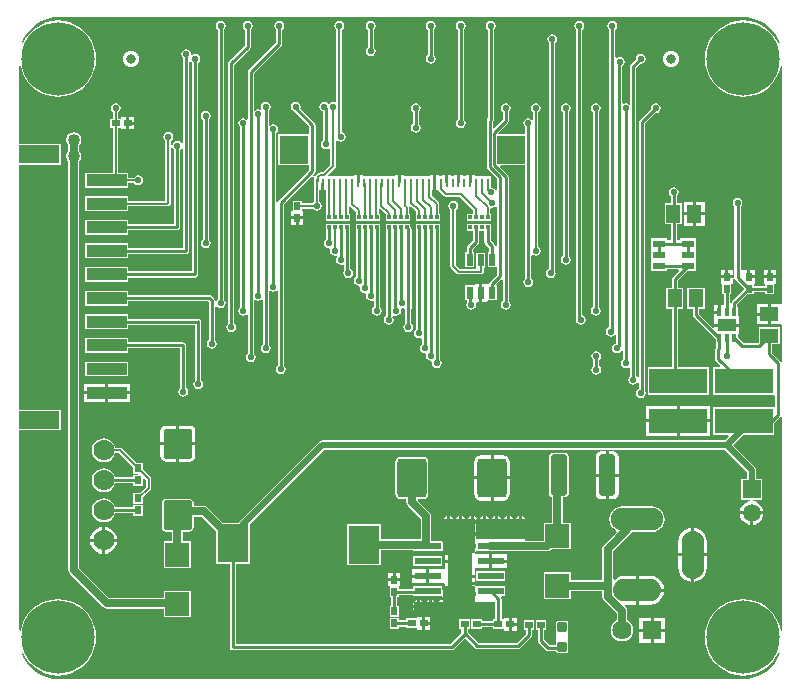
<source format=gtl>
G04 Layer_Physical_Order=1*
G04 Layer_Color=255*
%FSLAX25Y25*%
%MOIN*%
G70*
G01*
G75*
G04:AMPARAMS|DCode=10|XSize=31.5mil|YSize=31.5mil|CornerRadius=3.94mil|HoleSize=0mil|Usage=FLASHONLY|Rotation=90.000|XOffset=0mil|YOffset=0mil|HoleType=Round|Shape=RoundedRectangle|*
%AMROUNDEDRECTD10*
21,1,0.03150,0.02362,0,0,90.0*
21,1,0.02362,0.03150,0,0,90.0*
1,1,0.00787,0.01181,0.01181*
1,1,0.00787,0.01181,-0.01181*
1,1,0.00787,-0.01181,-0.01181*
1,1,0.00787,-0.01181,0.01181*
%
%ADD10ROUNDEDRECTD10*%
%ADD11R,0.08700X0.02400*%
%ADD12R,0.07874X0.11811*%
G04:AMPARAMS|DCode=13|XSize=137.8mil|YSize=55.12mil|CornerRadius=6.89mil|HoleSize=0mil|Usage=FLASHONLY|Rotation=90.000|XOffset=0mil|YOffset=0mil|HoleType=Round|Shape=RoundedRectangle|*
%AMROUNDEDRECTD13*
21,1,0.13780,0.04134,0,0,90.0*
21,1,0.12402,0.05512,0,0,90.0*
1,1,0.01378,0.02067,0.06201*
1,1,0.01378,0.02067,-0.06201*
1,1,0.01378,-0.02067,-0.06201*
1,1,0.01378,-0.02067,0.06201*
%
%ADD13ROUNDEDRECTD13*%
%ADD14R,0.19291X0.08268*%
G04:AMPARAMS|DCode=15|XSize=96.46mil|YSize=100.39mil|CornerRadius=9.65mil|HoleSize=0mil|Usage=FLASHONLY|Rotation=180.000|XOffset=0mil|YOffset=0mil|HoleType=Round|Shape=RoundedRectangle|*
%AMROUNDEDRECTD15*
21,1,0.09646,0.08110,0,0,180.0*
21,1,0.07717,0.10039,0,0,180.0*
1,1,0.01929,-0.03858,0.04055*
1,1,0.01929,0.03858,0.04055*
1,1,0.01929,0.03858,-0.04055*
1,1,0.01929,-0.03858,-0.04055*
%
%ADD15ROUNDEDRECTD15*%
%ADD16R,0.10236X0.12598*%
%ADD17R,0.07874X0.07874*%
G04:AMPARAMS|DCode=18|XSize=98.43mil|YSize=129.92mil|CornerRadius=12.3mil|HoleSize=0mil|Usage=FLASHONLY|Rotation=180.000|XOffset=0mil|YOffset=0mil|HoleType=Round|Shape=RoundedRectangle|*
%AMROUNDEDRECTD18*
21,1,0.09843,0.10531,0,0,180.0*
21,1,0.07382,0.12992,0,0,180.0*
1,1,0.02461,-0.03691,0.05266*
1,1,0.02461,0.03691,0.05266*
1,1,0.02461,0.03691,-0.05266*
1,1,0.02461,-0.03691,-0.05266*
%
%ADD18ROUNDEDRECTD18*%
%ADD19R,0.02500X0.02362*%
%ADD20R,0.02000X0.02500*%
%ADD21R,0.01181X0.01181*%
%ADD22R,0.00984X0.03150*%
%ADD23R,0.09449X0.09449*%
%ADD24R,0.04331X0.02362*%
%ADD25R,0.02362X0.02500*%
%ADD26R,0.01181X0.02756*%
%ADD27R,0.06299X0.03937*%
%ADD28R,0.04724X0.05906*%
%ADD29R,0.13386X0.05906*%
%ADD30R,0.13386X0.03937*%
%ADD31R,0.05906X0.04724*%
%ADD32R,0.02500X0.02000*%
%ADD33R,0.02000X0.04000*%
%ADD34C,0.02000*%
%ADD35C,0.01000*%
%ADD36C,0.00800*%
%ADD37C,0.02500*%
%ADD38R,0.11000X0.11500*%
%ADD39R,0.19500X0.07000*%
%ADD40R,0.11000X0.09700*%
%ADD41R,0.11200X0.04200*%
%ADD42R,0.07900X0.04400*%
%ADD43C,0.03150*%
%ADD44R,0.02400X0.02400*%
%ADD45C,0.07000*%
%ADD46C,0.06400*%
%ADD47O,0.17500X0.07500*%
%ADD48O,0.16000X0.07500*%
%ADD49R,0.06400X0.06400*%
%ADD50O,0.07500X0.16000*%
%ADD51C,0.05906*%
%ADD52R,0.05906X0.05906*%
%ADD53C,0.24410*%
%ADD54C,0.02200*%
%ADD55C,0.04000*%
G36*
X241646Y220534D02*
Y220534D01*
X241646Y220534D01*
X243296Y220404D01*
X245360Y219909D01*
X247320Y219097D01*
X249129Y217988D01*
X250743Y216610D01*
X252120Y214997D01*
X253229Y213188D01*
X253871Y211637D01*
X253866Y211626D01*
X253322Y211634D01*
X253028Y212342D01*
X251983Y214048D01*
X250685Y215568D01*
X249164Y216867D01*
X247459Y217912D01*
X245611Y218677D01*
X243667Y219144D01*
X241673Y219301D01*
X239680Y219144D01*
X237735Y218677D01*
X235888Y217912D01*
X234183Y216867D01*
X232662Y215568D01*
X231363Y214048D01*
X230318Y212342D01*
X229553Y210495D01*
X229086Y208550D01*
X228929Y206557D01*
X229086Y204563D01*
X229553Y202619D01*
X230318Y200771D01*
X231363Y199066D01*
X232662Y197545D01*
X234183Y196247D01*
X235888Y195202D01*
X237735Y194437D01*
X239680Y193970D01*
X241673Y193813D01*
X243667Y193970D01*
X245611Y194437D01*
X247459Y195202D01*
X249164Y196247D01*
X250685Y197545D01*
X251983Y199066D01*
X253028Y200771D01*
X253794Y202619D01*
X254188Y204262D01*
X254688Y204203D01*
Y125067D01*
X254353Y124706D01*
X254188Y124706D01*
X250900D01*
Y121344D01*
Y117982D01*
X254188D01*
X254353Y117982D01*
X254688Y117621D01*
Y105654D01*
X254548Y105603D01*
X254188Y105571D01*
X254021Y105821D01*
X251420Y108422D01*
Y111395D01*
X253853D01*
Y117119D01*
X246947D01*
Y112246D01*
X246521Y111820D01*
X241751D01*
X239850Y113721D01*
Y114732D01*
X240350D01*
Y117200D01*
X232050D01*
Y117055D01*
X231589Y116864D01*
X226963Y121490D01*
Y123247D01*
X228805D01*
Y130153D01*
X223081D01*
Y123247D01*
X224923D01*
Y121067D01*
X225001Y120677D01*
X225222Y120346D01*
X232550Y113018D01*
Y111491D01*
X232680D01*
Y110422D01*
X232479Y110221D01*
X232258Y109890D01*
X232180Y109500D01*
Y106600D01*
X232258Y106210D01*
X232479Y105879D01*
X234069Y104289D01*
X233878Y103827D01*
X231654D01*
Y94559D01*
X251946D01*
X252280Y94198D01*
Y90802D01*
X251946Y90441D01*
X231654D01*
Y81173D01*
X236750D01*
X236941Y80711D01*
X235559Y79329D01*
X101405D01*
X100820Y79213D01*
X100324Y78881D01*
X73638Y52196D01*
X73369Y51793D01*
X68330D01*
X63198Y56925D01*
X62619Y57312D01*
X61936Y57448D01*
X58552D01*
Y58446D01*
X58438Y59017D01*
X58114Y59501D01*
X57630Y59825D01*
X57058Y59939D01*
X49342D01*
X48770Y59825D01*
X48286Y59501D01*
X47962Y59017D01*
X47848Y58446D01*
Y50335D01*
X47962Y49764D01*
X48286Y49280D01*
X48770Y48956D01*
X49342Y48842D01*
X51246D01*
Y45695D01*
X48593D01*
Y36821D01*
X57467D01*
Y45695D01*
X54814D01*
Y48842D01*
X57058D01*
X57630Y48956D01*
X58114Y49280D01*
X58438Y49764D01*
X58552Y50335D01*
Y53880D01*
X61197D01*
X66081Y48996D01*
Y38195D01*
X70480D01*
Y10500D01*
X70558Y10110D01*
X70779Y9779D01*
X71110Y9558D01*
X71500Y9480D01*
X144600D01*
X144990Y9558D01*
X145321Y9779D01*
X148950Y13408D01*
X152379Y9979D01*
X152710Y9758D01*
X153100Y9680D01*
X166600D01*
X166990Y9758D01*
X167321Y9979D01*
X171011Y13669D01*
X171232Y13999D01*
X171309Y14390D01*
Y16089D01*
X172040D01*
Y19451D01*
X168540D01*
Y16089D01*
X169270D01*
Y14812D01*
X166178Y11720D01*
X153522D01*
X149820Y15422D01*
Y16419D01*
X150550D01*
Y19781D01*
X147050D01*
Y16419D01*
X147780D01*
Y15122D01*
X144178Y11520D01*
X72520D01*
Y38195D01*
X77317D01*
Y51549D01*
X102039Y76271D01*
X235559D01*
X242971Y68859D01*
Y66453D01*
X241047D01*
Y59547D01*
X243969D01*
X244002Y59047D01*
X243468Y58977D01*
X242507Y58579D01*
X241681Y57945D01*
X241047Y57119D01*
X240649Y56158D01*
X240579Y55626D01*
X248421D01*
X248351Y56158D01*
X247953Y57119D01*
X247319Y57945D01*
X246493Y58579D01*
X245532Y58977D01*
X244998Y59047D01*
X245031Y59547D01*
X247953D01*
Y66453D01*
X246029D01*
Y69493D01*
X245913Y70078D01*
X245581Y70574D01*
X238356Y77800D01*
X241729Y81173D01*
X251946D01*
Y84904D01*
X254021Y86979D01*
X254188Y87229D01*
X254548Y87197D01*
X254688Y87146D01*
Y15997D01*
X254188Y15938D01*
X253794Y17582D01*
X253028Y19429D01*
X251983Y21134D01*
X250685Y22655D01*
X249164Y23954D01*
X247459Y24998D01*
X245611Y25764D01*
X243667Y26230D01*
X241673Y26387D01*
X239680Y26230D01*
X237735Y25764D01*
X235888Y24998D01*
X234183Y23954D01*
X232662Y22655D01*
X231363Y21134D01*
X230318Y19429D01*
X229553Y17582D01*
X229086Y15637D01*
X228929Y13643D01*
X229086Y11650D01*
X229553Y9705D01*
X230318Y7858D01*
X231363Y6153D01*
X232662Y4632D01*
X234183Y3333D01*
X235888Y2288D01*
X237735Y1523D01*
X239680Y1056D01*
X241673Y899D01*
X243667Y1056D01*
X245611Y1523D01*
X247459Y2288D01*
X249164Y3333D01*
X250685Y4632D01*
X251983Y6153D01*
X253028Y7858D01*
X253322Y8566D01*
X253866Y8574D01*
X253871Y8563D01*
X253229Y7012D01*
X252120Y5203D01*
X250743Y3590D01*
X249129Y2212D01*
X247320Y1103D01*
X245360Y291D01*
X243296Y-204D01*
X241646Y-334D01*
X241646Y-334D01*
Y-334D01*
X241625Y-356D01*
X13375D01*
X13354Y-334D01*
Y-334D01*
X13354Y-334D01*
X11704Y-204D01*
X9640Y291D01*
X7680Y1103D01*
X5871Y2212D01*
X4258Y3590D01*
X2880Y5203D01*
X1771Y7012D01*
X1128Y8563D01*
X1134Y8575D01*
X1678Y8567D01*
X1972Y7858D01*
X3017Y6153D01*
X4315Y4632D01*
X5836Y3333D01*
X7541Y2288D01*
X9389Y1523D01*
X11333Y1056D01*
X13327Y899D01*
X15320Y1056D01*
X17265Y1523D01*
X19113Y2288D01*
X20818Y3333D01*
X22338Y4632D01*
X23637Y6153D01*
X24682Y7858D01*
X25447Y9705D01*
X25914Y11650D01*
X26071Y13643D01*
X25914Y15637D01*
X25447Y17582D01*
X24682Y19429D01*
X23637Y21134D01*
X22338Y22655D01*
X20818Y23954D01*
X19113Y24998D01*
X17265Y25764D01*
X15320Y26230D01*
X13327Y26387D01*
X11333Y26230D01*
X9389Y25764D01*
X7541Y24998D01*
X5836Y23954D01*
X4315Y22655D01*
X3017Y21134D01*
X1972Y19429D01*
X1207Y17582D01*
X812Y15938D01*
X312Y15997D01*
Y82626D01*
X14252D01*
Y89531D01*
X312D01*
Y171209D01*
X14252D01*
Y178114D01*
X312D01*
Y204203D01*
X812Y204262D01*
X1207Y202619D01*
X1972Y200771D01*
X3017Y199066D01*
X4315Y197545D01*
X5836Y196247D01*
X7541Y195202D01*
X9389Y194437D01*
X11333Y193970D01*
X13327Y193813D01*
X15320Y193970D01*
X17265Y194437D01*
X19113Y195202D01*
X20818Y196247D01*
X22338Y197545D01*
X23637Y199066D01*
X24682Y200771D01*
X25447Y202619D01*
X25914Y204563D01*
X26071Y206557D01*
X25914Y208550D01*
X25447Y210495D01*
X24682Y212342D01*
X23637Y214048D01*
X22338Y215568D01*
X20818Y216867D01*
X19113Y217912D01*
X17265Y218677D01*
X15320Y219144D01*
X13327Y219301D01*
X11333Y219144D01*
X9389Y218677D01*
X7541Y217912D01*
X5836Y216867D01*
X4315Y215568D01*
X3017Y214048D01*
X1972Y212342D01*
X1678Y211634D01*
X1134Y211625D01*
X1128Y211637D01*
X1771Y213188D01*
X2880Y214997D01*
X4258Y216610D01*
X5871Y217988D01*
X7680Y219097D01*
X9640Y219909D01*
X11704Y220404D01*
X13354Y220534D01*
X13354Y220534D01*
Y220534D01*
X13853Y220570D01*
X241147D01*
X241646Y220534D01*
D02*
G37*
%LPC*%
G36*
X143000Y54042D02*
X142681Y53978D01*
X141986Y53514D01*
X141522Y52819D01*
X141458Y52500D01*
X143000D01*
Y54042D01*
D02*
G37*
G36*
X248421Y54626D02*
X245000D01*
Y51205D01*
X245532Y51275D01*
X246493Y51673D01*
X247319Y52307D01*
X247953Y53133D01*
X248351Y54094D01*
X248421Y54626D01*
D02*
G37*
G36*
X244000D02*
X240579D01*
X240649Y54094D01*
X241047Y53133D01*
X241681Y52307D01*
X242507Y51673D01*
X243468Y51275D01*
X244000Y51205D01*
Y54626D01*
D02*
G37*
G36*
X157486Y66300D02*
X152021D01*
Y61534D01*
X152194Y60664D01*
X152687Y59926D01*
X153425Y59433D01*
X154295Y59260D01*
X157486D01*
Y66300D01*
D02*
G37*
G36*
X28500Y60035D02*
X27456Y59897D01*
X26483Y59494D01*
X25647Y58853D01*
X25006Y58017D01*
X24603Y57044D01*
X24465Y56000D01*
X24603Y54956D01*
X25006Y53983D01*
X25647Y53147D01*
X26483Y52506D01*
X27456Y52103D01*
X28500Y51965D01*
X29544Y52103D01*
X30517Y52506D01*
X31353Y53147D01*
X31994Y53983D01*
X32397Y54956D01*
X32400Y54980D01*
X38319D01*
Y54250D01*
X41681D01*
Y57750D01*
X38319D01*
Y57020D01*
X32400D01*
X32397Y57044D01*
X31994Y58017D01*
X31353Y58853D01*
X30517Y59494D01*
X29544Y59897D01*
X28500Y60035D01*
D02*
G37*
G36*
X168000Y54042D02*
Y52500D01*
X169542D01*
X169478Y52819D01*
X169014Y53514D01*
X168319Y53978D01*
X168000Y54042D01*
D02*
G37*
G36*
X29000Y50473D02*
Y46500D01*
X32973D01*
X32884Y47175D01*
X32431Y48269D01*
X31709Y49209D01*
X30769Y49931D01*
X29675Y50384D01*
X29000Y50473D01*
D02*
G37*
G36*
X224304Y50186D02*
X223564Y50089D01*
X222408Y49610D01*
X221416Y48849D01*
X220655Y47857D01*
X220176Y46701D01*
X220013Y45461D01*
Y41711D01*
X224304D01*
Y50186D01*
D02*
G37*
G36*
X32973Y45500D02*
X29000D01*
Y41527D01*
X29675Y41616D01*
X30769Y42069D01*
X31709Y42791D01*
X32431Y43731D01*
X32884Y44825D01*
X32973Y45500D01*
D02*
G37*
G36*
X28000D02*
X24027D01*
X24116Y44825D01*
X24569Y43731D01*
X25291Y42791D01*
X26231Y42069D01*
X27325Y41616D01*
X28000Y41527D01*
Y45500D01*
D02*
G37*
G36*
Y50473D02*
X27325Y50384D01*
X26231Y49931D01*
X25291Y49209D01*
X24569Y48269D01*
X24116Y47175D01*
X24027Y46500D01*
X28000D01*
Y50473D01*
D02*
G37*
G36*
X182296Y75113D02*
X178162D01*
X177698Y75021D01*
X177305Y74758D01*
X177042Y74365D01*
X176950Y73901D01*
Y61499D01*
X177042Y61035D01*
X177305Y60642D01*
X177698Y60379D01*
X177916Y60336D01*
Y51837D01*
X175263D01*
Y45872D01*
X168994D01*
X168843Y46372D01*
X169014Y46486D01*
X169478Y47181D01*
X169542Y47500D01*
X167500D01*
Y48500D01*
X169542D01*
X169478Y48819D01*
X169014Y49514D01*
X168737Y49699D01*
Y50301D01*
X169014Y50486D01*
X169478Y51181D01*
X169542Y51500D01*
X167500D01*
Y52000D01*
X167000D01*
Y54042D01*
X166681Y53978D01*
X165986Y53514D01*
X165801Y53237D01*
X165199D01*
X165014Y53514D01*
X164319Y53978D01*
X164000Y54042D01*
Y52000D01*
X163000D01*
Y54042D01*
X162681Y53978D01*
X161986Y53514D01*
X161801Y53237D01*
X161199D01*
X161014Y53514D01*
X160319Y53978D01*
X160000Y54042D01*
Y52000D01*
X159000D01*
Y54042D01*
X158681Y53978D01*
X157986Y53514D01*
X157801Y53237D01*
X157199D01*
X157014Y53514D01*
X156319Y53978D01*
X156000Y54042D01*
Y52000D01*
X155000D01*
Y54042D01*
X154681Y53978D01*
X153986Y53514D01*
X153801Y53237D01*
X153199D01*
X153014Y53514D01*
X152319Y53978D01*
X152000Y54042D01*
Y52000D01*
X151000D01*
Y54042D01*
X150681Y53978D01*
X149986Y53514D01*
X149801Y53237D01*
X149199D01*
X149014Y53514D01*
X148319Y53978D01*
X148000Y54042D01*
Y52000D01*
X147000D01*
Y54042D01*
X146681Y53978D01*
X145986Y53514D01*
X145801Y53237D01*
X145199D01*
X145014Y53514D01*
X144319Y53978D01*
X144000Y54042D01*
Y52000D01*
X143500D01*
Y51500D01*
X141458D01*
X141522Y51181D01*
X141986Y50486D01*
X142263Y50301D01*
Y49699D01*
X141986Y49514D01*
X141522Y48819D01*
X141458Y48500D01*
X143500D01*
Y47500D01*
X141458D01*
X141522Y47181D01*
X141986Y46486D01*
X142263Y46301D01*
Y45724D01*
X142046Y45554D01*
X141986Y45514D01*
X141976Y45500D01*
X141878Y45423D01*
X141417Y45562D01*
Y45787D01*
X137763D01*
Y54021D01*
X137763Y54021D01*
X137627Y54704D01*
X137240Y55283D01*
X137240Y55283D01*
X133253Y59270D01*
X133346Y59628D01*
X133444Y59770D01*
X134905D01*
X135580Y59904D01*
X136153Y60287D01*
X136535Y60859D01*
X136669Y61534D01*
Y72066D01*
X136535Y72741D01*
X136153Y73313D01*
X135580Y73696D01*
X134905Y73830D01*
X127523D01*
X126848Y73696D01*
X126276Y73313D01*
X125893Y72741D01*
X125759Y72066D01*
Y61534D01*
X125893Y60859D01*
X126276Y60287D01*
X126848Y59904D01*
X127523Y59770D01*
X129430D01*
Y58786D01*
X129566Y58103D01*
X129953Y57524D01*
X130364Y57249D01*
X130638Y56838D01*
X134195Y53282D01*
Y46360D01*
X121018D01*
Y51399D01*
X109782D01*
Y37801D01*
X121018D01*
Y42791D01*
X131717D01*
Y42387D01*
X141417D01*
Y42438D01*
X141873Y42576D01*
X141984Y42489D01*
X141986Y42486D01*
X141998Y42478D01*
X142260Y42273D01*
Y42006D01*
X144706D01*
Y41006D01*
X142260D01*
Y39507D01*
X144706D01*
Y38506D01*
X142260D01*
Y36645D01*
X141917Y36287D01*
X141760Y36287D01*
X137067D01*
Y34087D01*
Y31887D01*
X141760D01*
X141917Y31887D01*
X142260Y31529D01*
Y29727D01*
X141998Y29522D01*
X141986Y29514D01*
X141984Y29511D01*
X141873Y29424D01*
X141417Y29562D01*
Y30787D01*
X131717D01*
Y29907D01*
X126800D01*
Y30650D01*
X127300D01*
Y32400D01*
X123300D01*
Y30650D01*
X123800D01*
Y27150D01*
X124281D01*
Y24050D01*
X123800D01*
Y20550D01*
X126800D01*
Y24050D01*
X126320D01*
Y27150D01*
X126800D01*
Y27868D01*
X131717D01*
Y27387D01*
X141417D01*
X141511Y27226D01*
X141522Y27181D01*
X141522Y27181D01*
X141933Y26565D01*
X141813Y26266D01*
X141685Y26104D01*
X141500Y26141D01*
X140681Y25978D01*
X139986Y25514D01*
X139801Y25237D01*
X139199D01*
X139014Y25514D01*
X138319Y25978D01*
X138000Y26042D01*
Y24000D01*
Y21958D01*
X138319Y22022D01*
X139014Y22486D01*
X139199Y22763D01*
X139801D01*
X139986Y22486D01*
X140681Y22022D01*
X141000Y21958D01*
Y24000D01*
X142000D01*
Y21958D01*
X142319Y22022D01*
X143014Y22486D01*
X143199Y22763D01*
X143801D01*
X143986Y22486D01*
X144681Y22022D01*
X145000Y21958D01*
Y24000D01*
X146000D01*
Y21958D01*
X146319Y22022D01*
X147014Y22486D01*
X147199Y22763D01*
X147801D01*
X147986Y22486D01*
X148681Y22022D01*
X149000Y21958D01*
Y24000D01*
X150000D01*
Y21958D01*
X150319Y22022D01*
X151014Y22486D01*
X151199Y22763D01*
X151801D01*
X151986Y22486D01*
X152681Y22022D01*
X153000Y21958D01*
Y24000D01*
X154000D01*
Y21958D01*
X154319Y22022D01*
X155014Y22486D01*
X155199Y22763D01*
X155801D01*
X155986Y22486D01*
X156681Y22022D01*
X157000Y21958D01*
Y24000D01*
X158000D01*
Y21958D01*
X158319Y22022D01*
X158580Y22196D01*
X159080Y21929D01*
Y19681D01*
X158350D01*
Y19120D01*
X154550D01*
Y19781D01*
X151050D01*
Y16419D01*
X154550D01*
Y17081D01*
X158350D01*
Y16319D01*
X161850D01*
Y15819D01*
X163600D01*
Y18000D01*
Y20181D01*
X161850D01*
Y19681D01*
X161119D01*
Y26484D01*
X161042Y26875D01*
X161033Y26887D01*
X161301Y27387D01*
X162347D01*
Y30787D01*
X152647D01*
Y30787D01*
X152147Y30582D01*
X152134Y30589D01*
Y31007D01*
X149706D01*
Y32006D01*
X152134D01*
Y33507D01*
X149706D01*
Y34506D01*
X152134D01*
Y36393D01*
X152147Y36887D01*
X152634Y36887D01*
X156997D01*
Y39087D01*
Y41287D01*
X152634D01*
X152147Y41287D01*
X152134Y41782D01*
Y41985D01*
X152319Y42022D01*
X152866Y42387D01*
X157073D01*
X157497Y42303D01*
X176387D01*
X177070Y42439D01*
X177649Y42826D01*
X177786Y42963D01*
X184137D01*
Y51837D01*
X181484D01*
Y60287D01*
X182296D01*
X182760Y60379D01*
X183153Y60642D01*
X183416Y61035D01*
X183508Y61499D01*
Y73901D01*
X183416Y74365D01*
X183153Y74758D01*
X182760Y75021D01*
X182296Y75113D01*
D02*
G37*
G36*
X225304Y50186D02*
Y41711D01*
X229595D01*
Y45461D01*
X229432Y46701D01*
X228953Y47857D01*
X228192Y48849D01*
X227199Y49610D01*
X226044Y50089D01*
X225304Y50186D01*
D02*
G37*
G36*
X59061Y77710D02*
X53700D01*
Y72151D01*
X57058D01*
X57825Y72304D01*
X58475Y72738D01*
X58909Y73388D01*
X59061Y74154D01*
Y77710D01*
D02*
G37*
G36*
X52700D02*
X47339D01*
Y74154D01*
X47491Y73388D01*
X47925Y72738D01*
X48575Y72304D01*
X49342Y72151D01*
X52700D01*
Y77710D01*
D02*
G37*
G36*
X198438Y75623D02*
X196871D01*
Y68200D01*
X200160D01*
Y73901D01*
X200029Y74560D01*
X199655Y75118D01*
X199097Y75492D01*
X198438Y75623D01*
D02*
G37*
G36*
X219500Y85307D02*
X209354D01*
Y80673D01*
X219500D01*
Y85307D01*
D02*
G37*
G36*
X57058Y84268D02*
X53700D01*
Y78710D01*
X59061D01*
Y82265D01*
X58909Y83031D01*
X58475Y83681D01*
X57825Y84115D01*
X57058Y84268D01*
D02*
G37*
G36*
X52700D02*
X49342D01*
X48575Y84115D01*
X47925Y83681D01*
X47491Y83031D01*
X47339Y82265D01*
Y78710D01*
X52700D01*
Y84268D01*
D02*
G37*
G36*
X195871Y75623D02*
X194304D01*
X193645Y75492D01*
X193086Y75118D01*
X192713Y74560D01*
X192582Y73901D01*
Y68200D01*
X195871D01*
Y75623D01*
D02*
G37*
G36*
X200160Y67200D02*
X196871D01*
Y59777D01*
X198438D01*
X199097Y59908D01*
X199655Y60281D01*
X200029Y60840D01*
X200160Y61499D01*
Y67200D01*
D02*
G37*
G36*
X195871D02*
X192582D01*
Y61499D01*
X192713Y60840D01*
X193086Y60281D01*
X193645Y59908D01*
X194304Y59777D01*
X195871D01*
Y67200D01*
D02*
G37*
G36*
X163951Y66300D02*
X158486D01*
Y59260D01*
X161677D01*
X162547Y59433D01*
X163285Y59926D01*
X163778Y60664D01*
X163951Y61534D01*
Y66300D01*
D02*
G37*
G36*
X161677Y74340D02*
X158486D01*
Y67300D01*
X163951D01*
Y72066D01*
X163778Y72936D01*
X163285Y73674D01*
X162547Y74167D01*
X161677Y74340D01*
D02*
G37*
G36*
X157486D02*
X154295D01*
X153425Y74167D01*
X152687Y73674D01*
X152194Y72936D01*
X152021Y72066D01*
Y67300D01*
X157486D01*
Y74340D01*
D02*
G37*
G36*
X28500Y80035D02*
X27456Y79897D01*
X26483Y79494D01*
X25647Y78853D01*
X25006Y78017D01*
X24603Y77044D01*
X24465Y76000D01*
X24603Y74956D01*
X25006Y73983D01*
X25647Y73147D01*
X26483Y72506D01*
X27456Y72103D01*
X28500Y71965D01*
X29544Y72103D01*
X30517Y72506D01*
X31353Y73147D01*
X31994Y73983D01*
X32397Y74956D01*
X32414Y75082D01*
X33620D01*
X38319Y70384D01*
Y68250D01*
X39965D01*
X40004Y68191D01*
X39769Y67750D01*
X38319D01*
Y67020D01*
X32400D01*
X32397Y67044D01*
X31994Y68017D01*
X31353Y68853D01*
X30517Y69494D01*
X29544Y69897D01*
X28500Y70034D01*
X27456Y69897D01*
X26483Y69494D01*
X25647Y68853D01*
X25006Y68017D01*
X24603Y67044D01*
X24465Y66000D01*
X24603Y64956D01*
X25006Y63983D01*
X25647Y63147D01*
X26483Y62506D01*
X27456Y62103D01*
X28500Y61966D01*
X29544Y62103D01*
X30517Y62506D01*
X31353Y63147D01*
X31994Y63983D01*
X32397Y64956D01*
X32400Y64980D01*
X38319D01*
Y64250D01*
X41681D01*
Y66368D01*
X42143Y66559D01*
X42582Y66120D01*
Y63880D01*
X40452Y61750D01*
X38319D01*
Y58250D01*
X41681D01*
Y60383D01*
X44149Y62851D01*
X44348Y63149D01*
X44418Y63500D01*
Y66500D01*
X44348Y66851D01*
X44149Y67149D01*
X41681Y69617D01*
Y71750D01*
X39548D01*
X34649Y76649D01*
X34351Y76848D01*
X34000Y76918D01*
X32414D01*
X32397Y77044D01*
X31994Y78017D01*
X31353Y78853D01*
X30517Y79494D01*
X29544Y79897D01*
X28500Y80035D01*
D02*
G37*
G36*
X157997Y41287D02*
Y39587D01*
X162847D01*
Y41287D01*
X157997D01*
D02*
G37*
G36*
X134700Y20581D02*
X132950D01*
Y20081D01*
X129450D01*
Y19320D01*
X126800D01*
Y20050D01*
X123800D01*
Y16550D01*
X126800D01*
Y17280D01*
X129450D01*
Y16719D01*
X132950D01*
Y16219D01*
X134700D01*
Y18400D01*
Y20581D01*
D02*
G37*
G36*
X137450D02*
X135700D01*
Y18900D01*
X137450D01*
Y20581D01*
D02*
G37*
G36*
X166350Y20181D02*
X164600D01*
Y18500D01*
X166350D01*
Y20181D01*
D02*
G37*
G36*
X133000Y26042D02*
X132681Y25978D01*
X131986Y25514D01*
X131522Y24819D01*
X131458Y24500D01*
X133000D01*
Y26042D01*
D02*
G37*
G36*
Y23500D02*
X131458D01*
X131522Y23181D01*
X131986Y22486D01*
X132681Y22022D01*
X133000Y21958D01*
Y23500D01*
D02*
G37*
G36*
X18500Y182049D02*
X17525Y181855D01*
X16698Y181302D01*
X16145Y180475D01*
X15951Y179500D01*
X16145Y178524D01*
X16698Y177698D01*
X16716Y177685D01*
Y175814D01*
X16698Y175802D01*
X16145Y174976D01*
X15951Y174000D01*
X16145Y173024D01*
X16698Y172198D01*
X16716Y172186D01*
Y36000D01*
X16851Y35317D01*
X17238Y34738D01*
X28238Y23738D01*
X28817Y23351D01*
X29500Y23216D01*
X29500Y23216D01*
X48593D01*
Y20321D01*
X57467D01*
Y29195D01*
X48593D01*
Y26784D01*
X30239D01*
X20284Y36739D01*
Y172186D01*
X20302Y172198D01*
X20855Y173024D01*
X21049Y174000D01*
X20855Y174976D01*
X20302Y175802D01*
X20284Y175814D01*
Y177685D01*
X20302Y177698D01*
X20855Y178524D01*
X21049Y179500D01*
X20855Y180475D01*
X20302Y181302D01*
X19476Y181855D01*
X18500Y182049D01*
D02*
G37*
G36*
X215500Y20285D02*
X211800D01*
Y16585D01*
X215500D01*
Y20285D01*
D02*
G37*
G36*
Y15585D02*
X211800D01*
Y11885D01*
X215500D01*
Y15585D01*
D02*
G37*
G36*
X210800D02*
X207100D01*
Y11885D01*
X210800D01*
Y15585D01*
D02*
G37*
G36*
X176040Y19451D02*
X172540D01*
Y16089D01*
X173270D01*
Y12510D01*
X173348Y12120D01*
X173569Y11789D01*
X175979Y9379D01*
X176310Y9158D01*
X176700Y9080D01*
X179246D01*
X179277Y8924D01*
X179475Y8628D01*
X179770Y8431D01*
X180119Y8361D01*
X182481D01*
X182830Y8431D01*
X183125Y8628D01*
X183323Y8924D01*
X183392Y9272D01*
Y11635D01*
X183323Y11983D01*
X183268Y12065D01*
Y15535D01*
X183323Y15617D01*
X183392Y15965D01*
Y18328D01*
X183323Y18676D01*
X183125Y18972D01*
X182830Y19169D01*
X182481Y19239D01*
X180119D01*
X179770Y19169D01*
X179475Y18972D01*
X179277Y18676D01*
X179208Y18328D01*
Y15965D01*
X179277Y15617D01*
X179332Y15535D01*
Y12065D01*
X179277Y11983D01*
X179208Y11635D01*
Y11120D01*
X177122D01*
X175309Y12933D01*
Y16089D01*
X176040D01*
Y19451D01*
D02*
G37*
G36*
X210800Y20285D02*
X207100D01*
Y16585D01*
X210800D01*
Y20285D01*
D02*
G37*
G36*
X137450Y17900D02*
X135700D01*
Y16219D01*
X137450D01*
Y17900D01*
D02*
G37*
G36*
X166350Y17500D02*
X164600D01*
Y15819D01*
X166350D01*
Y17500D01*
D02*
G37*
G36*
X127300Y35150D02*
X125800D01*
Y33400D01*
X127300D01*
Y35150D01*
D02*
G37*
G36*
X124800D02*
X123300D01*
Y33400D01*
X124800D01*
Y35150D01*
D02*
G37*
G36*
X211300Y57309D02*
X201300D01*
X200190Y57163D01*
X199157Y56734D01*
X198269Y56053D01*
X197588Y55165D01*
X197159Y54132D01*
X197013Y53022D01*
X197159Y51912D01*
X197588Y50879D01*
X198269Y49991D01*
X199157Y49310D01*
X199383Y49216D01*
X199480Y48726D01*
X195288Y44534D01*
X194902Y43955D01*
X194766Y43272D01*
Y32684D01*
X184137D01*
Y35337D01*
X175263D01*
Y26463D01*
X184137D01*
Y29116D01*
X194766D01*
Y27122D01*
X194902Y26439D01*
X195288Y25860D01*
X199516Y21633D01*
Y19351D01*
X199434Y19317D01*
X198661Y18724D01*
X198068Y17951D01*
X197695Y17051D01*
X197568Y16085D01*
X197695Y15119D01*
X198068Y14219D01*
X198661Y13446D01*
X199434Y12853D01*
X200334Y12480D01*
X201300Y12353D01*
X202266Y12480D01*
X203166Y12853D01*
X203939Y13446D01*
X204532Y14219D01*
X204905Y15119D01*
X205032Y16085D01*
X204905Y17051D01*
X204532Y17951D01*
X203939Y18724D01*
X203166Y19317D01*
X203084Y19351D01*
Y22372D01*
X202948Y23055D01*
X202562Y23633D01*
X202562Y23633D01*
X202086Y24109D01*
X202293Y24609D01*
X205800D01*
Y29400D01*
Y34191D01*
X202050D01*
X200810Y34028D01*
X199654Y33549D01*
X198834Y32920D01*
X198334Y33143D01*
Y42533D01*
X204537Y48735D01*
X211300D01*
X212409Y48881D01*
X213443Y49310D01*
X214331Y49991D01*
X215012Y50879D01*
X215441Y51912D01*
X215587Y53022D01*
X215441Y54132D01*
X215012Y55165D01*
X214331Y56053D01*
X213443Y56734D01*
X212409Y57163D01*
X211300Y57309D01*
D02*
G37*
G36*
X141417Y40787D02*
X131717D01*
Y37387D01*
X141417D01*
Y40787D01*
D02*
G37*
G36*
X162847Y38587D02*
X157997D01*
Y36887D01*
X162847D01*
Y38587D01*
D02*
G37*
G36*
X136067Y36287D02*
X131217D01*
Y34587D01*
X136067D01*
Y36287D01*
D02*
G37*
G36*
X162347Y35787D02*
X152647D01*
Y32387D01*
X162347D01*
Y35787D01*
D02*
G37*
G36*
X210550Y34191D02*
X206800D01*
Y29900D01*
X215275D01*
X215178Y30640D01*
X214699Y31795D01*
X213938Y32788D01*
X212946Y33549D01*
X211790Y34028D01*
X210550Y34191D01*
D02*
G37*
G36*
X137000Y26042D02*
X136681Y25978D01*
X135986Y25514D01*
X135801Y25237D01*
X135199D01*
X135014Y25514D01*
X134319Y25978D01*
X134000Y26042D01*
Y24000D01*
Y21958D01*
X134319Y22022D01*
X135014Y22486D01*
X135199Y22763D01*
X135801D01*
X135986Y22486D01*
X136681Y22022D01*
X137000Y21958D01*
Y24000D01*
Y26042D01*
D02*
G37*
G36*
X215275Y28900D02*
X206800D01*
Y24609D01*
X210550D01*
X211790Y24772D01*
X212946Y25251D01*
X213938Y26012D01*
X214699Y27005D01*
X215178Y28160D01*
X215275Y28900D01*
D02*
G37*
G36*
X229595Y40711D02*
X225304D01*
Y32236D01*
X226044Y32333D01*
X227199Y32812D01*
X228192Y33573D01*
X228953Y34565D01*
X229432Y35721D01*
X229595Y36961D01*
Y40711D01*
D02*
G37*
G36*
X224304D02*
X220013D01*
Y36961D01*
X220176Y35721D01*
X220655Y34565D01*
X221416Y33573D01*
X222408Y32812D01*
X223564Y32333D01*
X224304Y32236D01*
Y40711D01*
D02*
G37*
G36*
X136067Y33587D02*
X131217D01*
Y31887D01*
X136067D01*
Y33587D01*
D02*
G37*
G36*
X224943Y154400D02*
X222081D01*
Y150947D01*
X224943D01*
Y154400D01*
D02*
G37*
G36*
X218500Y163631D02*
X217876Y163507D01*
X217347Y163154D01*
X216993Y162624D01*
X216869Y162000D01*
X216993Y161376D01*
X217347Y160846D01*
X217480Y160757D01*
Y158353D01*
X215494D01*
Y151447D01*
X217480D01*
Y145960D01*
X216341D01*
Y146621D01*
X211010D01*
Y143259D01*
X211010D01*
Y142881D01*
X211010Y142881D01*
Y139641D01*
X211010Y139519D01*
Y139141D01*
X211010Y139019D01*
Y135779D01*
X216341D01*
Y136440D01*
X219956D01*
X220163Y135940D01*
X218135Y133912D01*
X217914Y133582D01*
X217836Y133191D01*
Y130153D01*
X215994D01*
Y123247D01*
X217836D01*
Y103827D01*
X209854D01*
Y94559D01*
X230146D01*
Y103827D01*
X219876D01*
Y123247D01*
X221718D01*
Y130153D01*
X219876D01*
Y132769D01*
X222885Y135779D01*
X225790D01*
Y139019D01*
X225790Y139141D01*
Y139519D01*
X225790Y139641D01*
Y142881D01*
X225790D01*
Y143259D01*
X225790D01*
Y146621D01*
X220459D01*
Y145960D01*
X219520D01*
Y151447D01*
X221218D01*
Y158353D01*
X219520D01*
Y160757D01*
X219654Y160846D01*
X220007Y161376D01*
X220131Y162000D01*
X220007Y162624D01*
X219654Y163154D01*
X219124Y163507D01*
X218500Y163631D01*
D02*
G37*
G36*
X62500Y189131D02*
X61876Y189007D01*
X61347Y188654D01*
X60993Y188124D01*
X60869Y187500D01*
X60993Y186876D01*
X61347Y186346D01*
X61480Y186257D01*
Y146243D01*
X61347Y146153D01*
X60993Y145624D01*
X60869Y145000D01*
X60993Y144376D01*
X61347Y143846D01*
X61876Y143493D01*
X62500Y143369D01*
X63124Y143493D01*
X63653Y143846D01*
X64007Y144376D01*
X64131Y145000D01*
X64007Y145624D01*
X63653Y146153D01*
X63520Y146243D01*
Y186257D01*
X63653Y186346D01*
X64007Y186876D01*
X64131Y187500D01*
X64007Y188124D01*
X63653Y188654D01*
X63124Y189007D01*
X62500Y189131D01*
D02*
G37*
G36*
X95000Y153000D02*
X93500D01*
Y151250D01*
X95000D01*
Y153000D01*
D02*
G37*
G36*
X92500D02*
X91000D01*
Y151250D01*
X92500D01*
Y153000D01*
D02*
G37*
G36*
X228805Y154400D02*
X225943D01*
Y150947D01*
X228805D01*
Y154400D01*
D02*
G37*
G36*
X157500Y219131D02*
X156876Y219007D01*
X156346Y218653D01*
X155993Y218124D01*
X155869Y217500D01*
X155993Y216876D01*
X156346Y216347D01*
X156480Y216257D01*
Y186691D01*
X156418Y186628D01*
X156197Y186297D01*
X156119Y185907D01*
Y170440D01*
X156197Y170050D01*
X156418Y169719D01*
X159480Y166656D01*
Y162976D01*
X159400Y162922D01*
X158721Y163052D01*
X158653Y163154D01*
X158124Y163507D01*
X157593Y163613D01*
Y167302D01*
X152187D01*
Y167802D01*
X151195D01*
Y165227D01*
X150195D01*
Y167802D01*
X149203D01*
Y167302D01*
X148250D01*
Y167802D01*
X147258D01*
Y165227D01*
X146258D01*
Y167802D01*
X145266D01*
Y167302D01*
X144313D01*
Y167802D01*
X143321D01*
Y165227D01*
X142321D01*
Y167802D01*
X141329D01*
Y167302D01*
X140376D01*
Y167802D01*
X139384D01*
Y165227D01*
Y162652D01*
X140101D01*
X140204Y162498D01*
X141851Y160851D01*
X142149Y160652D01*
X142500Y160582D01*
X147120D01*
X151598Y156104D01*
Y154764D01*
X149457D01*
Y152583D01*
X157543D01*
Y154764D01*
X157370D01*
Y156484D01*
X157870Y156894D01*
X158000Y156869D01*
X158624Y156993D01*
X158980Y157231D01*
X159480Y157004D01*
Y144246D01*
X158980Y144197D01*
X158942Y144390D01*
X158721Y144721D01*
X157472Y145970D01*
Y149236D01*
X157543D01*
Y151417D01*
X149457D01*
Y149236D01*
X151496D01*
Y145938D01*
X149779Y144221D01*
X149558Y143890D01*
X149480Y143500D01*
Y142000D01*
X149000D01*
Y137000D01*
X152000D01*
Y142000D01*
X151520D01*
Y143078D01*
X153237Y144795D01*
X153458Y145126D01*
X153535Y145516D01*
Y149236D01*
X155433D01*
Y145547D01*
X155511Y145157D01*
X155732Y144826D01*
X156980Y143578D01*
Y142000D01*
X156500D01*
Y137000D01*
X159480D01*
Y134422D01*
X157279Y132221D01*
X157058Y131890D01*
X156980Y131500D01*
Y131369D01*
X156874Y131266D01*
X156261Y131299D01*
X156200Y131376D01*
Y131500D01*
X154700D01*
Y128500D01*
Y125500D01*
X156200D01*
Y125624D01*
X156500Y126000D01*
X156700Y126000D01*
X159500D01*
Y131000D01*
X159500D01*
X159442Y131500D01*
X160980Y133038D01*
X161480Y132831D01*
Y125743D01*
X161346Y125654D01*
X160993Y125124D01*
X160869Y124500D01*
X160993Y123876D01*
X161346Y123346D01*
X161876Y122993D01*
X162500Y122869D01*
X163124Y122993D01*
X163654Y123346D01*
X164007Y123876D01*
X164131Y124500D01*
X164007Y125124D01*
X163654Y125654D01*
X163520Y125743D01*
Y167200D01*
X163442Y167590D01*
X163221Y167921D01*
X160628Y170514D01*
X160820Y170976D01*
X169068D01*
Y133301D01*
X168846Y133153D01*
X168493Y132624D01*
X168369Y132000D01*
X168493Y131376D01*
X168846Y130847D01*
X169376Y130493D01*
X170000Y130369D01*
X170624Y130493D01*
X171153Y130847D01*
X171507Y131376D01*
X171631Y132000D01*
X171507Y132624D01*
X171153Y133153D01*
X171107Y133185D01*
Y140905D01*
X171607Y141172D01*
X171876Y140993D01*
X172500Y140869D01*
X173124Y140993D01*
X173653Y141347D01*
X174007Y141876D01*
X174131Y142500D01*
X174007Y143124D01*
X173653Y143654D01*
X173418Y143811D01*
Y188689D01*
X173653Y188847D01*
X174007Y189376D01*
X174131Y190000D01*
X174007Y190624D01*
X173653Y191154D01*
X173124Y191507D01*
X172500Y191631D01*
X171876Y191507D01*
X171346Y191154D01*
X170993Y190624D01*
X170869Y190000D01*
X170993Y189376D01*
X171346Y188847D01*
X171582Y188689D01*
Y186412D01*
X171367Y186282D01*
X171082Y186201D01*
X170624Y186507D01*
X170000Y186631D01*
X169376Y186507D01*
X168846Y186153D01*
X168493Y185624D01*
X168369Y185000D01*
X168493Y184376D01*
X168846Y183846D01*
X168980Y183757D01*
Y181513D01*
X168907Y181424D01*
X160288D01*
X160081Y181924D01*
X163221Y185065D01*
X163442Y185396D01*
X163520Y185786D01*
Y188757D01*
X163654Y188847D01*
X164007Y189376D01*
X164131Y190000D01*
X164007Y190624D01*
X163654Y191154D01*
X163124Y191507D01*
X162500Y191631D01*
X161876Y191507D01*
X161346Y191154D01*
X160993Y190624D01*
X160869Y190000D01*
X160993Y189376D01*
X161346Y188847D01*
X161480Y188757D01*
Y186208D01*
X158620Y183348D01*
X158158Y183539D01*
Y185485D01*
X158221Y185548D01*
X158442Y185878D01*
X158520Y186269D01*
Y216257D01*
X158653Y216347D01*
X159007Y216876D01*
X159131Y217500D01*
X159007Y218124D01*
X158653Y218653D01*
X158124Y219007D01*
X157500Y219131D01*
D02*
G37*
G36*
X252500Y136050D02*
X251000D01*
Y134300D01*
X252500D01*
Y136050D01*
D02*
G37*
G36*
X250000D02*
X248500D01*
Y134300D01*
X250000D01*
Y136050D01*
D02*
G37*
G36*
X238200D02*
X236700D01*
Y134300D01*
X238200D01*
Y136050D01*
D02*
G37*
G36*
X182500Y191631D02*
X181876Y191507D01*
X181346Y191154D01*
X180993Y190624D01*
X180869Y190000D01*
X180993Y189376D01*
X181346Y188847D01*
X181480Y188757D01*
Y140743D01*
X181346Y140654D01*
X180993Y140124D01*
X180869Y139500D01*
X180993Y138876D01*
X181346Y138347D01*
X181876Y137993D01*
X182500Y137869D01*
X183124Y137993D01*
X183653Y138347D01*
X184007Y138876D01*
X184131Y139500D01*
X184007Y140124D01*
X183653Y140654D01*
X183520Y140743D01*
Y188757D01*
X183653Y188847D01*
X184007Y189376D01*
X184131Y190000D01*
X184007Y190624D01*
X183653Y191154D01*
X183124Y191507D01*
X182500Y191631D01*
D02*
G37*
G36*
X56000Y209631D02*
X55376Y209507D01*
X54847Y209154D01*
X54493Y208624D01*
X54369Y208000D01*
X54493Y207376D01*
X54847Y206846D01*
X54976Y206760D01*
Y178502D01*
X54893Y178442D01*
X54214Y178563D01*
X54154Y178654D01*
X53624Y179007D01*
X53000Y179131D01*
X52376Y179007D01*
X51846Y178654D01*
X51533Y178184D01*
X51493Y178124D01*
X51370Y177751D01*
X51367Y177751D01*
X50918Y177873D01*
Y179189D01*
X51153Y179347D01*
X51507Y179876D01*
X51631Y180500D01*
X51507Y181124D01*
X51153Y181653D01*
X50624Y182007D01*
X50000Y182131D01*
X49376Y182007D01*
X48847Y181653D01*
X48493Y181124D01*
X48369Y180500D01*
X48493Y179876D01*
X48847Y179347D01*
X49082Y179189D01*
Y159162D01*
X36756D01*
Y160713D01*
X22370D01*
Y155776D01*
X36756D01*
Y157326D01*
X49744D01*
X50095Y157396D01*
X50393Y157595D01*
X50649Y157851D01*
X50848Y158149D01*
X50918Y158500D01*
Y177127D01*
X51367Y177249D01*
X51370Y177249D01*
X51493Y176876D01*
X51533Y176816D01*
X51846Y176347D01*
X51980Y176257D01*
Y151390D01*
X36756D01*
Y152839D01*
X22370D01*
Y147902D01*
X36756D01*
Y149351D01*
X52870D01*
X53260Y149428D01*
X53591Y149649D01*
X53721Y149779D01*
X53942Y150110D01*
X54020Y150500D01*
Y176257D01*
X54154Y176347D01*
X54214Y176436D01*
X54893Y176558D01*
X54976Y176498D01*
Y143516D01*
X36756D01*
Y144965D01*
X22370D01*
Y140028D01*
X36756D01*
Y141477D01*
X55992D01*
X56382Y141554D01*
X56713Y141775D01*
X56717Y141779D01*
X56938Y142110D01*
X57016Y142500D01*
Y205549D01*
X57479Y205846D01*
X57516Y205842D01*
X57846Y205346D01*
X57980Y205257D01*
Y135642D01*
X36756D01*
Y137091D01*
X22370D01*
Y132153D01*
X36756D01*
Y133602D01*
X58878D01*
X59268Y133680D01*
X59599Y133901D01*
X59721Y134023D01*
X59942Y134354D01*
X60020Y134744D01*
Y205257D01*
X60154Y205346D01*
X60507Y205876D01*
X60631Y206500D01*
X60507Y207124D01*
X60154Y207653D01*
X59624Y208007D01*
X59000Y208131D01*
X58376Y208007D01*
X58107Y207827D01*
X57911Y207899D01*
X57612Y208098D01*
X57507Y208624D01*
X57153Y209154D01*
X56624Y209507D01*
X56000Y209631D01*
D02*
G37*
G36*
X145000Y159131D02*
X144376Y159007D01*
X143846Y158653D01*
X143493Y158124D01*
X143369Y157500D01*
X143493Y156876D01*
X143846Y156346D01*
X144082Y156189D01*
Y137500D01*
X144152Y137149D01*
X144351Y136851D01*
X146311Y134891D01*
X146609Y134692D01*
X146960Y134623D01*
X154240D01*
X154591Y134692D01*
X154889Y134891D01*
X155088Y135189D01*
X155158Y135540D01*
Y136941D01*
X155740D01*
Y141941D01*
X152740D01*
Y136941D01*
X152740Y136941D01*
X152740D01*
X152699Y136458D01*
X147340D01*
X145918Y137880D01*
Y156189D01*
X146153Y156346D01*
X146507Y156876D01*
X146631Y157500D01*
X146507Y158124D01*
X146153Y158653D01*
X145624Y159007D01*
X145000Y159131D01*
D02*
G37*
G36*
X217600Y209188D02*
X216904Y209097D01*
X216256Y208828D01*
X215699Y208401D01*
X215272Y207844D01*
X215003Y207196D01*
X214912Y206500D01*
X215003Y205804D01*
X215272Y205156D01*
X215699Y204599D01*
X216256Y204172D01*
X216904Y203903D01*
X217600Y203812D01*
X218296Y203903D01*
X218944Y204172D01*
X219501Y204599D01*
X219928Y205156D01*
X220197Y205804D01*
X220288Y206500D01*
X220197Y207196D01*
X219928Y207844D01*
X219501Y208401D01*
X218944Y208828D01*
X218296Y209097D01*
X217600Y209188D01*
D02*
G37*
G36*
X37600D02*
X36904Y209097D01*
X36256Y208828D01*
X35699Y208401D01*
X35272Y207844D01*
X35003Y207196D01*
X34912Y206500D01*
X35003Y205804D01*
X35272Y205156D01*
X35699Y204599D01*
X36256Y204172D01*
X36904Y203903D01*
X37600Y203812D01*
X38296Y203903D01*
X38944Y204172D01*
X39501Y204599D01*
X39928Y205156D01*
X40197Y205804D01*
X40288Y206500D01*
X40197Y207196D01*
X39928Y207844D01*
X39501Y208401D01*
X38944Y208828D01*
X38296Y209097D01*
X37600Y209188D01*
D02*
G37*
G36*
X107000Y219131D02*
X106376Y219007D01*
X105847Y218653D01*
X105493Y218124D01*
X105369Y217500D01*
X105493Y216876D01*
X105847Y216347D01*
X106082Y216189D01*
Y192231D01*
X105704Y192029D01*
X105582Y192016D01*
X105000Y192131D01*
X104376Y192007D01*
X103847Y191654D01*
X103750Y191509D01*
X103250D01*
X103154Y191654D01*
X102624Y192007D01*
X102000Y192131D01*
X101376Y192007D01*
X100847Y191654D01*
X100493Y191124D01*
X100369Y190500D01*
X100493Y189876D01*
X100847Y189347D01*
X101376Y188993D01*
X101480Y188972D01*
Y179243D01*
X101347Y179154D01*
X100993Y178624D01*
X100869Y178000D01*
X100993Y177376D01*
X101347Y176847D01*
X101876Y176493D01*
X102500Y176369D01*
X103124Y176493D01*
X103582Y176799D01*
X103867Y176718D01*
X104082Y176588D01*
Y171093D01*
X101609Y168619D01*
X100618D01*
X100267Y168549D01*
X99969Y168350D01*
X99442Y167823D01*
X99243Y167525D01*
X99198Y167302D01*
X98565Y167302D01*
X98241Y167685D01*
X98835Y168279D01*
X99056Y168610D01*
X99134Y169000D01*
Y184386D01*
X99056Y184776D01*
X98835Y185107D01*
X94017Y189925D01*
X94131Y190500D01*
X94007Y191124D01*
X93654Y191654D01*
X93124Y192007D01*
X92500Y192131D01*
X91876Y192007D01*
X91347Y191654D01*
X90993Y191124D01*
X90869Y190500D01*
X90993Y189876D01*
X91347Y189347D01*
X91876Y188993D01*
X92112Y188946D01*
X97095Y183964D01*
Y181895D01*
X97024Y181424D01*
X96595Y181424D01*
X86576D01*
Y170976D01*
X96595D01*
X97024Y170976D01*
X97095Y170505D01*
Y169422D01*
X86779Y159107D01*
X86558Y158776D01*
X86520Y158583D01*
X86020Y158632D01*
Y181757D01*
X86154Y181846D01*
X86507Y182376D01*
X86631Y183000D01*
X86507Y183624D01*
X86154Y184153D01*
X85624Y184507D01*
X85000Y184631D01*
X84376Y184507D01*
X84020Y184269D01*
X83520Y184496D01*
Y189257D01*
X83653Y189347D01*
X84007Y189876D01*
X84131Y190500D01*
X84007Y191124D01*
X83653Y191654D01*
X83124Y192007D01*
X82500Y192131D01*
X81876Y192007D01*
X81346Y191654D01*
X80993Y191124D01*
X80869Y190500D01*
X80993Y189876D01*
X81009Y189851D01*
X80649Y189491D01*
X80624Y189507D01*
X80000Y189631D01*
X79376Y189507D01*
X79020Y189269D01*
X78520Y189496D01*
Y201578D01*
X87721Y210779D01*
X87942Y211110D01*
X88020Y211500D01*
Y216257D01*
X88153Y216347D01*
X88507Y216876D01*
X88631Y217500D01*
X88507Y218124D01*
X88153Y218653D01*
X87624Y219007D01*
X87000Y219131D01*
X86376Y219007D01*
X85847Y218653D01*
X85493Y218124D01*
X85369Y217500D01*
X85493Y216876D01*
X85847Y216347D01*
X85980Y216257D01*
Y211922D01*
X76779Y202721D01*
X76558Y202390D01*
X76480Y202000D01*
Y186496D01*
X75980Y186269D01*
X75624Y186507D01*
X75000Y186631D01*
X74376Y186507D01*
X73847Y186153D01*
X73493Y185624D01*
X73369Y185000D01*
X73493Y184376D01*
X73847Y183846D01*
X73980Y183757D01*
Y123743D01*
X73847Y123653D01*
X73493Y123124D01*
X73369Y122500D01*
X73493Y121876D01*
X73847Y121346D01*
X74376Y120993D01*
X75000Y120869D01*
X75624Y120993D01*
X75980Y121231D01*
X76480Y121004D01*
Y108243D01*
X76346Y108153D01*
X75993Y107624D01*
X75869Y107000D01*
X75993Y106376D01*
X76346Y105847D01*
X76876Y105493D01*
X77500Y105369D01*
X78124Y105493D01*
X78654Y105847D01*
X79007Y106376D01*
X79131Y107000D01*
X79007Y107624D01*
X78654Y108153D01*
X78520Y108243D01*
Y126004D01*
X79020Y126231D01*
X79376Y125993D01*
X80000Y125869D01*
X80624Y125993D01*
X80980Y126231D01*
X81480Y126004D01*
Y111243D01*
X81346Y111153D01*
X80993Y110624D01*
X80869Y110000D01*
X80993Y109376D01*
X81346Y108846D01*
X81876Y108493D01*
X82500Y108369D01*
X83124Y108493D01*
X83653Y108846D01*
X84007Y109376D01*
X84131Y110000D01*
X84007Y110624D01*
X83653Y111153D01*
X83520Y111243D01*
Y129004D01*
X84020Y129231D01*
X84376Y128993D01*
X85000Y128869D01*
X85624Y128993D01*
X85980Y129231D01*
X86480Y129004D01*
Y104343D01*
X86347Y104253D01*
X85993Y103724D01*
X85869Y103100D01*
X85993Y102476D01*
X86347Y101946D01*
X86876Y101593D01*
X87500Y101469D01*
X88124Y101593D01*
X88653Y101946D01*
X89007Y102476D01*
X89131Y103100D01*
X89007Y103724D01*
X88653Y104253D01*
X88520Y104343D01*
Y157964D01*
X98138Y167582D01*
X98522Y167259D01*
X98522Y166819D01*
Y163152D01*
X98582D01*
Y158811D01*
X98347Y158653D01*
X98189Y158418D01*
X94500D01*
Y159250D01*
X91500D01*
Y155750D01*
X91000D01*
Y154000D01*
X95000D01*
Y155750D01*
X94500D01*
Y156582D01*
X98189D01*
X98347Y156346D01*
X98876Y155993D01*
X99500Y155869D01*
X100124Y155993D01*
X100654Y156346D01*
X101007Y156876D01*
X101131Y157500D01*
X101007Y158124D01*
X100654Y158653D01*
X100418Y158811D01*
Y162652D01*
X100983D01*
Y165227D01*
X101983D01*
Y162652D01*
X102630D01*
Y154764D01*
X102457D01*
Y152583D01*
X110543D01*
Y154764D01*
X110274D01*
Y157239D01*
X110390Y157321D01*
X110774Y157428D01*
X112630Y155573D01*
Y154764D01*
X112457D01*
Y152583D01*
X120543D01*
Y154764D01*
X120117D01*
Y156378D01*
X120617Y156585D01*
X122457Y154746D01*
Y152583D01*
X130543D01*
Y154764D01*
X130418D01*
Y157000D01*
X130398Y157097D01*
X130859Y157343D01*
X132630Y155573D01*
Y154764D01*
X132457D01*
Y152583D01*
X140543D01*
Y154764D01*
X140418D01*
Y158000D01*
X140348Y158351D01*
X140149Y158649D01*
X137833Y160964D01*
Y162652D01*
X138384D01*
Y165227D01*
Y167802D01*
X137392D01*
Y167302D01*
X128565D01*
Y167802D01*
X127573D01*
Y165227D01*
X126573D01*
Y167802D01*
X125581D01*
Y167302D01*
X114786D01*
Y167802D01*
X113794D01*
Y165227D01*
X112794D01*
Y167802D01*
X111802D01*
Y167302D01*
X103594D01*
X103387Y167802D01*
X105649Y170064D01*
X105848Y170361D01*
X105918Y170713D01*
Y179088D01*
X106133Y179218D01*
X106418Y179299D01*
X106876Y178993D01*
X107500Y178869D01*
X108124Y178993D01*
X108653Y179347D01*
X109007Y179876D01*
X109131Y180500D01*
X109007Y181124D01*
X108653Y181653D01*
X108124Y182007D01*
X107918Y182048D01*
Y216189D01*
X108153Y216347D01*
X108507Y216876D01*
X108631Y217500D01*
X108507Y218124D01*
X108153Y218653D01*
X107624Y219007D01*
X107000Y219131D01*
D02*
G37*
G36*
X117500D02*
X116876Y219007D01*
X116347Y218653D01*
X115993Y218124D01*
X115869Y217500D01*
X115993Y216876D01*
X116347Y216347D01*
X116480Y216257D01*
Y210243D01*
X116347Y210154D01*
X115993Y209624D01*
X115869Y209000D01*
X115993Y208376D01*
X116347Y207846D01*
X116876Y207493D01*
X117500Y207369D01*
X118124Y207493D01*
X118654Y207846D01*
X119007Y208376D01*
X119131Y209000D01*
X119007Y209624D01*
X118654Y210154D01*
X118520Y210243D01*
Y216257D01*
X118654Y216347D01*
X119007Y216876D01*
X119131Y217500D01*
X119007Y218124D01*
X118654Y218653D01*
X118124Y219007D01*
X117500Y219131D01*
D02*
G37*
G36*
X198000D02*
X197376Y219007D01*
X196846Y218653D01*
X196493Y218124D01*
X196369Y217500D01*
X196493Y216876D01*
X196846Y216347D01*
X196980Y216257D01*
Y117028D01*
X196876Y117007D01*
X196346Y116654D01*
X195993Y116124D01*
X195869Y115500D01*
X195993Y114876D01*
X196346Y114347D01*
X196876Y113993D01*
X197500Y113869D01*
X198124Y113993D01*
X198653Y114347D01*
X198880Y114686D01*
X199380Y114534D01*
Y111608D01*
X198876Y111507D01*
X198346Y111153D01*
X197993Y110624D01*
X197869Y110000D01*
X197993Y109376D01*
X198346Y108846D01*
X198876Y108493D01*
X199500Y108369D01*
X200124Y108493D01*
X200654Y108846D01*
X200721Y108948D01*
X201400Y109079D01*
X201480Y109024D01*
Y106243D01*
X201346Y106154D01*
X200993Y105624D01*
X200869Y105000D01*
X200993Y104376D01*
X201346Y103847D01*
X201876Y103493D01*
X202500Y103369D01*
X203124Y103493D01*
X203480Y103731D01*
X203980Y103504D01*
Y100743D01*
X203847Y100654D01*
X203493Y100124D01*
X203369Y99500D01*
X203493Y98876D01*
X203847Y98347D01*
X204376Y97993D01*
X205000Y97869D01*
X205624Y97993D01*
X206153Y98347D01*
X206380Y98686D01*
X206880Y98534D01*
Y96508D01*
X206876Y96507D01*
X206347Y96153D01*
X205993Y95624D01*
X205869Y95000D01*
X205993Y94376D01*
X206347Y93846D01*
X206876Y93493D01*
X207500Y93369D01*
X208124Y93493D01*
X208653Y93846D01*
X209007Y94376D01*
X209131Y95000D01*
X209007Y95624D01*
X208920Y95755D01*
Y108546D01*
X208942Y108580D01*
X209020Y108970D01*
Y185078D01*
X212342Y188400D01*
X212500Y188369D01*
X213124Y188493D01*
X213653Y188847D01*
X214007Y189376D01*
X214131Y190000D01*
X214007Y190624D01*
X213653Y191154D01*
X213124Y191507D01*
X212500Y191631D01*
X211876Y191507D01*
X211347Y191154D01*
X210993Y190624D01*
X210869Y190000D01*
X210900Y189842D01*
X207279Y186221D01*
X207058Y185890D01*
X206980Y185500D01*
Y109293D01*
X206958Y109260D01*
X206880Y108870D01*
Y100466D01*
X206380Y100314D01*
X206153Y100654D01*
X206020Y100743D01*
Y203578D01*
X207342Y204900D01*
X207500Y204869D01*
X208124Y204993D01*
X208653Y205346D01*
X209007Y205876D01*
X209131Y206500D01*
X209007Y207124D01*
X208653Y207653D01*
X208124Y208007D01*
X207500Y208131D01*
X206876Y208007D01*
X206347Y207653D01*
X205993Y207124D01*
X205869Y206500D01*
X205900Y206342D01*
X204279Y204721D01*
X204058Y204390D01*
X203980Y204000D01*
Y191496D01*
X203480Y191269D01*
X203124Y191507D01*
X202500Y191631D01*
X201920Y191516D01*
X201794Y191532D01*
X201420Y191733D01*
Y204190D01*
X201654Y204346D01*
X202007Y204876D01*
X202131Y205500D01*
X202007Y206124D01*
X201654Y206653D01*
X201124Y207007D01*
X200500Y207131D01*
X199876Y207007D01*
X199520Y206769D01*
X199020Y206996D01*
Y216257D01*
X199153Y216347D01*
X199507Y216876D01*
X199631Y217500D01*
X199507Y218124D01*
X199153Y218653D01*
X198624Y219007D01*
X198000Y219131D01*
D02*
G37*
G36*
X137500D02*
X136876Y219007D01*
X136346Y218653D01*
X135993Y218124D01*
X135869Y217500D01*
X135993Y216876D01*
X136346Y216347D01*
X136480Y216257D01*
Y207743D01*
X136346Y207653D01*
X135993Y207124D01*
X135869Y206500D01*
X135993Y205876D01*
X136346Y205346D01*
X136876Y204993D01*
X137500Y204869D01*
X138124Y204993D01*
X138654Y205346D01*
X139007Y205876D01*
X139131Y206500D01*
X139007Y207124D01*
X138654Y207653D01*
X138520Y207743D01*
Y216257D01*
X138654Y216347D01*
X139007Y216876D01*
X139131Y217500D01*
X139007Y218124D01*
X138654Y218653D01*
X138124Y219007D01*
X137500Y219131D01*
D02*
G37*
G36*
X38750Y187100D02*
X37000D01*
Y185600D01*
X38750D01*
Y187100D01*
D02*
G37*
G36*
X132500Y191631D02*
X131876Y191507D01*
X131346Y191154D01*
X130993Y190624D01*
X130869Y190000D01*
X130993Y189376D01*
X131346Y188847D01*
X131480Y188757D01*
Y184743D01*
X131346Y184653D01*
X130993Y184124D01*
X130869Y183500D01*
X130993Y182876D01*
X131346Y182346D01*
X131876Y181993D01*
X132500Y181869D01*
X133124Y181993D01*
X133653Y182346D01*
X134007Y182876D01*
X134131Y183500D01*
X134007Y184124D01*
X133653Y184653D01*
X133520Y184743D01*
Y188757D01*
X133653Y188847D01*
X134007Y189376D01*
X134131Y190000D01*
X134007Y190624D01*
X133653Y191154D01*
X133124Y191507D01*
X132500Y191631D01*
D02*
G37*
G36*
X228805Y158853D02*
X225943D01*
Y155400D01*
X228805D01*
Y158853D01*
D02*
G37*
G36*
X224943D02*
X222081D01*
Y155400D01*
X224943D01*
Y158853D01*
D02*
G37*
G36*
X147500Y219131D02*
X146876Y219007D01*
X146346Y218653D01*
X145993Y218124D01*
X145869Y217500D01*
X145993Y216876D01*
X146346Y216347D01*
X146480Y216257D01*
Y186243D01*
X146346Y186153D01*
X145993Y185624D01*
X145869Y185000D01*
X145993Y184376D01*
X146346Y183846D01*
X146876Y183493D01*
X147500Y183369D01*
X148124Y183493D01*
X148653Y183846D01*
X149007Y184376D01*
X149131Y185000D01*
X149007Y185624D01*
X148653Y186153D01*
X148520Y186243D01*
Y216257D01*
X148653Y216347D01*
X149007Y216876D01*
X149131Y217500D01*
X149007Y218124D01*
X148653Y218653D01*
X148124Y219007D01*
X147500Y219131D01*
D02*
G37*
G36*
X38750Y184600D02*
X37000D01*
Y183100D01*
X38750D01*
Y184600D01*
D02*
G37*
G36*
X32500Y191631D02*
X31876Y191507D01*
X31346Y191154D01*
X30993Y190624D01*
X30869Y190000D01*
X30993Y189376D01*
X31346Y188847D01*
X31582Y188689D01*
Y186600D01*
X30750D01*
Y183600D01*
X31582D01*
Y168468D01*
X22307D01*
Y163531D01*
X36693D01*
Y165082D01*
X38689D01*
X38846Y164847D01*
X39376Y164493D01*
X40000Y164369D01*
X40624Y164493D01*
X41153Y164847D01*
X41507Y165376D01*
X41631Y166000D01*
X41507Y166624D01*
X41153Y167154D01*
X40624Y167507D01*
X40000Y167631D01*
X39376Y167507D01*
X38846Y167154D01*
X38689Y166918D01*
X36693D01*
Y168468D01*
X33418D01*
Y183600D01*
X34250D01*
Y183100D01*
X36000D01*
Y185100D01*
Y187100D01*
X34250D01*
Y186600D01*
X33418D01*
Y188689D01*
X33654Y188847D01*
X34007Y189376D01*
X34131Y190000D01*
X34007Y190624D01*
X33654Y191154D01*
X33124Y191507D01*
X32500Y191631D01*
D02*
G37*
G36*
X235700Y136050D02*
X234200D01*
Y134300D01*
X235700D01*
Y136050D01*
D02*
G37*
G36*
X36756Y105595D02*
X22370D01*
Y100657D01*
X36756D01*
Y105595D01*
D02*
G37*
G36*
Y121343D02*
X22370D01*
Y116405D01*
X36756D01*
Y117854D01*
X58980D01*
Y99243D01*
X58846Y99154D01*
X58493Y98624D01*
X58369Y98000D01*
X58493Y97376D01*
X58846Y96846D01*
X59376Y96493D01*
X60000Y96369D01*
X60624Y96493D01*
X61154Y96846D01*
X61507Y97376D01*
X61631Y98000D01*
X61507Y98624D01*
X61154Y99154D01*
X61020Y99243D01*
Y119000D01*
X60942Y119390D01*
X60721Y119721D01*
X60390Y119942D01*
X60000Y120020D01*
X59610Y119942D01*
X59537Y119894D01*
X36756D01*
Y121343D01*
D02*
G37*
G36*
X37256Y98220D02*
X30063D01*
Y95752D01*
X37256D01*
Y98220D01*
D02*
G37*
G36*
X76500Y219131D02*
X75876Y219007D01*
X75346Y218653D01*
X74993Y218124D01*
X74869Y217500D01*
X74993Y216876D01*
X75346Y216347D01*
X75480Y216257D01*
Y210922D01*
X70279Y205721D01*
X70058Y205390D01*
X69980Y205000D01*
Y118243D01*
X69846Y118154D01*
X69493Y117624D01*
X69369Y117000D01*
X69493Y116376D01*
X69846Y115847D01*
X70376Y115493D01*
X71000Y115369D01*
X71624Y115493D01*
X72154Y115847D01*
X72507Y116376D01*
X72631Y117000D01*
X72507Y117624D01*
X72154Y118154D01*
X72020Y118243D01*
Y204578D01*
X77221Y209779D01*
X77442Y210110D01*
X77520Y210500D01*
Y216257D01*
X77653Y216347D01*
X78007Y216876D01*
X78131Y217500D01*
X78007Y218124D01*
X77653Y218653D01*
X77124Y219007D01*
X76500Y219131D01*
D02*
G37*
G36*
X140543Y151417D02*
X132457D01*
Y149236D01*
X132528D01*
Y116275D01*
X132346Y116154D01*
X131993Y115624D01*
X131869Y115000D01*
X131993Y114376D01*
X132346Y113847D01*
X132876Y113493D01*
X133500Y113369D01*
X134080Y113484D01*
X134206Y113468D01*
X134580Y113267D01*
Y111310D01*
X134346Y111153D01*
X133993Y110624D01*
X133869Y110000D01*
X133993Y109376D01*
X134346Y108846D01*
X134876Y108493D01*
X135500Y108369D01*
X135573Y108383D01*
X135668Y108325D01*
X135958Y107950D01*
X135869Y107500D01*
X135993Y106876D01*
X136346Y106346D01*
X136876Y105993D01*
X137500Y105869D01*
X137573Y105883D01*
X137668Y105825D01*
X137958Y105450D01*
X137869Y105000D01*
X137993Y104376D01*
X138347Y103847D01*
X138876Y103493D01*
X139500Y103369D01*
X140124Y103493D01*
X140654Y103847D01*
X141007Y104376D01*
X141131Y105000D01*
X141007Y105624D01*
X140654Y106154D01*
X140620Y106176D01*
Y150180D01*
X140543Y150563D01*
Y151417D01*
D02*
G37*
G36*
X192700Y109031D02*
X192076Y108907D01*
X191546Y108554D01*
X191193Y108024D01*
X191069Y107400D01*
X191193Y106776D01*
X191546Y106246D01*
X191680Y106157D01*
Y104143D01*
X191546Y104053D01*
X191193Y103524D01*
X191069Y102900D01*
X191193Y102276D01*
X191546Y101746D01*
X192076Y101393D01*
X192700Y101269D01*
X193324Y101393D01*
X193853Y101746D01*
X194207Y102276D01*
X194331Y102900D01*
X194207Y103524D01*
X193853Y104053D01*
X193720Y104143D01*
Y106157D01*
X193853Y106246D01*
X194207Y106776D01*
X194331Y107400D01*
X194207Y108024D01*
X193853Y108554D01*
X193324Y108907D01*
X192700Y109031D01*
D02*
G37*
G36*
X29063Y98220D02*
X21870D01*
Y95752D01*
X29063D01*
Y98220D01*
D02*
G37*
G36*
X230646Y90941D02*
X220500D01*
Y86307D01*
X230646D01*
Y90941D01*
D02*
G37*
G36*
X219500D02*
X209354D01*
Y86307D01*
X219500D01*
Y90941D01*
D02*
G37*
G36*
X230646Y85307D02*
X220500D01*
Y80673D01*
X230646D01*
Y85307D01*
D02*
G37*
G36*
X36756Y113469D02*
X22370D01*
Y108531D01*
X36756D01*
Y109980D01*
X53980D01*
Y96743D01*
X53847Y96653D01*
X53493Y96124D01*
X53369Y95500D01*
X53493Y94876D01*
X53847Y94346D01*
X54376Y93993D01*
X55000Y93869D01*
X55624Y93993D01*
X56154Y94346D01*
X56507Y94876D01*
X56631Y95500D01*
X56507Y96124D01*
X56154Y96653D01*
X56020Y96743D01*
Y111000D01*
X55942Y111390D01*
X55721Y111721D01*
X55390Y111942D01*
X55000Y112020D01*
X36756D01*
Y113469D01*
D02*
G37*
G36*
X37256Y94752D02*
X30063D01*
Y92283D01*
X37256D01*
Y94752D01*
D02*
G37*
G36*
X29063D02*
X21870D01*
Y92283D01*
X29063D01*
Y94752D01*
D02*
G37*
G36*
X67500Y219131D02*
X66876Y219007D01*
X66347Y218653D01*
X65993Y218124D01*
X65869Y217500D01*
X65993Y216876D01*
X66347Y216347D01*
X66480Y216257D01*
Y126422D01*
X66279Y126221D01*
X66058Y125890D01*
X66006Y125876D01*
X65913Y125900D01*
X65479Y126201D01*
X65442Y126390D01*
X65221Y126721D01*
X64473Y127469D01*
X64142Y127690D01*
X63752Y127768D01*
X36756D01*
Y129217D01*
X22370D01*
Y124279D01*
X36756D01*
Y125728D01*
X63330D01*
X63480Y125578D01*
Y112743D01*
X63346Y112654D01*
X62993Y112124D01*
X62869Y111500D01*
X62993Y110876D01*
X63346Y110346D01*
X63876Y109993D01*
X64500Y109869D01*
X65124Y109993D01*
X65654Y110346D01*
X66007Y110876D01*
X66131Y111500D01*
X66007Y112124D01*
X65654Y112654D01*
X65520Y112743D01*
Y124024D01*
X65600Y124079D01*
X66279Y123948D01*
X66347Y123846D01*
X66876Y123493D01*
X67500Y123369D01*
X68124Y123493D01*
X68654Y123846D01*
X69007Y124376D01*
X69131Y125000D01*
X69007Y125624D01*
X68654Y126154D01*
X68520Y126243D01*
Y216257D01*
X68654Y216347D01*
X69007Y216876D01*
X69131Y217500D01*
X69007Y218124D01*
X68654Y218653D01*
X68124Y219007D01*
X67500Y219131D01*
D02*
G37*
G36*
X239800Y160131D02*
X239176Y160007D01*
X238647Y159653D01*
X238293Y159124D01*
X238169Y158500D01*
X238293Y157876D01*
X238647Y157346D01*
X238780Y157257D01*
Y133500D01*
X238858Y133110D01*
X239079Y132779D01*
X241819Y130039D01*
Y129561D01*
X238038Y125780D01*
X237817Y125449D01*
X237739Y125059D01*
Y124605D01*
X237479Y124458D01*
X237220Y124605D01*
Y128050D01*
X237700D01*
Y131550D01*
X238200D01*
Y133300D01*
X234200D01*
Y131550D01*
X234700D01*
Y128050D01*
X235180D01*
Y124409D01*
X234141D01*
Y122031D01*
X233641D01*
Y121531D01*
X232050D01*
Y119653D01*
X232050D01*
Y118200D01*
X240350D01*
Y120668D01*
X239850D01*
Y123909D01*
X239779D01*
Y124637D01*
X243192Y128050D01*
X245181D01*
Y128780D01*
X249000D01*
Y128050D01*
X252000D01*
Y131550D01*
X252500D01*
Y133300D01*
X248500D01*
Y131550D01*
X249000D01*
Y130819D01*
X245181D01*
Y131550D01*
X245681D01*
Y133300D01*
X243500D01*
Y133800D01*
X243000D01*
Y136050D01*
X241319D01*
X241319Y136050D01*
Y136050D01*
X240820Y136052D01*
Y157257D01*
X240953Y157346D01*
X241307Y157876D01*
X241431Y158500D01*
X241307Y159124D01*
X240953Y159653D01*
X240424Y160007D01*
X239800Y160131D01*
D02*
G37*
G36*
X153700Y131500D02*
X152200D01*
Y131417D01*
X152000Y131000D01*
X149000D01*
Y126000D01*
X149480D01*
Y125062D01*
X149369Y124500D01*
X149493Y123876D01*
X149846Y123346D01*
X150376Y122993D01*
X151000Y122869D01*
X151624Y122993D01*
X152154Y123346D01*
X152507Y123876D01*
X152631Y124500D01*
X152532Y125000D01*
X152812Y125500D01*
X153700D01*
Y128500D01*
Y131500D01*
D02*
G37*
G36*
X245681Y136050D02*
X244000D01*
Y134300D01*
X245681D01*
Y136050D01*
D02*
G37*
G36*
X178000Y214631D02*
X177376Y214507D01*
X176847Y214154D01*
X176493Y213624D01*
X176369Y213000D01*
X176493Y212376D01*
X176847Y211846D01*
X176980Y211757D01*
Y136528D01*
X176876Y136507D01*
X176347Y136153D01*
X175993Y135624D01*
X175869Y135000D01*
X175993Y134376D01*
X176347Y133846D01*
X176876Y133493D01*
X177500Y133369D01*
X178124Y133493D01*
X178654Y133846D01*
X179007Y134376D01*
X179131Y135000D01*
X179020Y135562D01*
Y211757D01*
X179154Y211846D01*
X179507Y212376D01*
X179631Y213000D01*
X179507Y213624D01*
X179154Y214154D01*
X178624Y214507D01*
X178000Y214631D01*
D02*
G37*
G36*
X110543Y151417D02*
X102457D01*
Y149236D01*
X102528D01*
Y146275D01*
X102347Y146153D01*
X101993Y145624D01*
X101869Y145000D01*
X101993Y144376D01*
X102347Y143846D01*
X102876Y143493D01*
X103500Y143369D01*
X103573Y143383D01*
X103668Y143325D01*
X103958Y142950D01*
X103869Y142500D01*
X103993Y141876D01*
X104347Y141347D01*
X104876Y140993D01*
X105500Y140869D01*
X105980Y140964D01*
X106265Y140531D01*
X105993Y140124D01*
X105869Y139500D01*
X105993Y138876D01*
X106346Y138347D01*
X106876Y137993D01*
X107500Y137869D01*
X108080Y137984D01*
X108206Y137968D01*
X108580Y137767D01*
Y135755D01*
X108493Y135624D01*
X108369Y135000D01*
X108493Y134376D01*
X108846Y133846D01*
X109376Y133493D01*
X110000Y133369D01*
X110624Y133493D01*
X111153Y133846D01*
X111507Y134376D01*
X111631Y135000D01*
X111507Y135624D01*
X111153Y136153D01*
X110624Y136507D01*
X110620Y136508D01*
Y150180D01*
X110543Y150563D01*
Y151417D01*
D02*
G37*
G36*
X233141Y124409D02*
X232050D01*
Y122531D01*
X233141D01*
Y124409D01*
D02*
G37*
G36*
X249900Y120844D02*
X246447D01*
Y117982D01*
X249900D01*
Y120844D01*
D02*
G37*
G36*
X187000Y219131D02*
X186376Y219007D01*
X185846Y218653D01*
X185493Y218124D01*
X185369Y217500D01*
X185493Y216876D01*
X185846Y216347D01*
X185980Y216257D01*
Y120062D01*
X185869Y119500D01*
X185993Y118876D01*
X186346Y118347D01*
X186876Y117993D01*
X187500Y117869D01*
X188124Y117993D01*
X188654Y118347D01*
X189007Y118876D01*
X189131Y119500D01*
X189007Y120124D01*
X188654Y120653D01*
X188124Y121007D01*
X188020Y121028D01*
Y216257D01*
X188154Y216347D01*
X188507Y216876D01*
X188631Y217500D01*
X188507Y218124D01*
X188154Y218653D01*
X187624Y219007D01*
X187000Y219131D01*
D02*
G37*
G36*
X130543Y151417D02*
X122457D01*
Y149236D01*
X122528D01*
Y120775D01*
X122346Y120653D01*
X121993Y120124D01*
X121869Y119500D01*
X121993Y118876D01*
X122346Y118347D01*
X122876Y117993D01*
X123500Y117869D01*
X124124Y117993D01*
X124653Y118347D01*
X125007Y118876D01*
X125131Y119500D01*
X125007Y120124D01*
X124764Y120488D01*
X124803Y120774D01*
X125255Y121015D01*
X125340Y121017D01*
X125376Y120993D01*
X126000Y120869D01*
X126624Y120993D01*
X127154Y121346D01*
X127507Y121876D01*
X127631Y122500D01*
X127542Y122950D01*
X127832Y123325D01*
X127927Y123383D01*
X128000Y123369D01*
X128493Y123467D01*
X128536Y123459D01*
X128860Y123252D01*
X128980Y123129D01*
Y118243D01*
X128847Y118154D01*
X128493Y117624D01*
X128369Y117000D01*
X128493Y116376D01*
X128847Y115847D01*
X129376Y115493D01*
X130000Y115369D01*
X130624Y115493D01*
X131154Y115847D01*
X131507Y116376D01*
X131631Y117000D01*
X131507Y117624D01*
X131154Y118154D01*
X131020Y118243D01*
Y123059D01*
X131042Y123093D01*
X131120Y123483D01*
Y149680D01*
X131042Y150070D01*
X130821Y150400D01*
X130543Y150678D01*
Y151417D01*
D02*
G37*
G36*
X249900Y124706D02*
X246447D01*
Y121844D01*
X249900D01*
Y124706D01*
D02*
G37*
G36*
X192500Y191631D02*
X191876Y191507D01*
X191347Y191154D01*
X190993Y190624D01*
X190869Y190000D01*
X190993Y189376D01*
X191347Y188847D01*
X191480Y188757D01*
Y123743D01*
X191347Y123653D01*
X190993Y123124D01*
X190869Y122500D01*
X190993Y121876D01*
X191347Y121346D01*
X191876Y120993D01*
X192500Y120869D01*
X193124Y120993D01*
X193654Y121346D01*
X194007Y121876D01*
X194131Y122500D01*
X194007Y123124D01*
X193654Y123653D01*
X193520Y123743D01*
Y188757D01*
X193654Y188847D01*
X194007Y189376D01*
X194131Y190000D01*
X194007Y190624D01*
X193654Y191154D01*
X193124Y191507D01*
X192500Y191631D01*
D02*
G37*
G36*
X120543Y151417D02*
X112457D01*
Y149236D01*
X112528D01*
Y133775D01*
X112346Y133653D01*
X111993Y133124D01*
X111869Y132500D01*
X111993Y131876D01*
X112346Y131346D01*
X112876Y130993D01*
X113500Y130869D01*
X113573Y130883D01*
X113668Y130825D01*
X113958Y130450D01*
X113869Y130000D01*
X113993Y129376D01*
X114347Y128847D01*
X114876Y128493D01*
X115500Y128369D01*
X115573Y128383D01*
X115668Y128325D01*
X115958Y127950D01*
X115869Y127500D01*
X115993Y126876D01*
X116347Y126347D01*
X116876Y125993D01*
X117500Y125869D01*
X117980Y125964D01*
X118480Y125675D01*
Y123743D01*
X118347Y123653D01*
X117993Y123124D01*
X117869Y122500D01*
X117993Y121876D01*
X118347Y121346D01*
X118876Y120993D01*
X119500Y120869D01*
X120124Y120993D01*
X120653Y121346D01*
X121007Y121876D01*
X121131Y122500D01*
X121007Y123124D01*
X120653Y123653D01*
X120520Y123743D01*
Y126059D01*
X120542Y126093D01*
X120620Y126483D01*
Y150180D01*
X120543Y150563D01*
Y151417D01*
D02*
G37*
%LPD*%
D10*
X181300Y10453D02*
D03*
Y17146D02*
D03*
D11*
X157497Y44087D02*
D03*
Y39087D02*
D03*
Y34087D02*
D03*
Y29087D02*
D03*
X136567Y44087D02*
D03*
Y39087D02*
D03*
Y34087D02*
D03*
Y29087D02*
D03*
D12*
X147197Y36497D02*
D03*
D13*
X180229Y67700D02*
D03*
X196371D02*
D03*
D14*
X220000Y85807D02*
D03*
Y99193D02*
D03*
X241800Y85807D02*
D03*
Y99193D02*
D03*
D15*
X53200Y54391D02*
D03*
Y78210D02*
D03*
D16*
X71699Y44994D02*
D03*
X115400Y44600D02*
D03*
D17*
X179700Y30900D02*
D03*
Y47400D02*
D03*
X53030Y24758D02*
D03*
Y41258D02*
D03*
D18*
X157986Y66800D02*
D03*
X131214D02*
D03*
D19*
X160100Y18000D02*
D03*
X164100D02*
D03*
X131200Y18400D02*
D03*
X135200D02*
D03*
X148800Y18100D02*
D03*
X152800D02*
D03*
X170290Y17770D02*
D03*
X174290D02*
D03*
D20*
X93000Y153500D02*
D03*
Y157500D02*
D03*
X236200Y129800D02*
D03*
Y133800D02*
D03*
X250500Y129800D02*
D03*
Y133800D02*
D03*
X125300Y28900D02*
D03*
Y32900D02*
D03*
X125300Y18300D02*
D03*
Y22300D02*
D03*
D21*
X103547Y150327D02*
D03*
Y153673D02*
D03*
X105516Y150327D02*
D03*
X107484D02*
D03*
Y153673D02*
D03*
X105516D02*
D03*
X109453Y150327D02*
D03*
Y153673D02*
D03*
X133547Y150327D02*
D03*
Y153673D02*
D03*
X135516Y150327D02*
D03*
X137484D02*
D03*
Y153673D02*
D03*
X135516D02*
D03*
X139453Y150327D02*
D03*
Y153673D02*
D03*
X113547Y150327D02*
D03*
Y153673D02*
D03*
X115516Y150327D02*
D03*
X117484D02*
D03*
Y153673D02*
D03*
X115516D02*
D03*
X119453Y150327D02*
D03*
Y153673D02*
D03*
X123547Y150327D02*
D03*
Y153673D02*
D03*
X125516Y150327D02*
D03*
X127484D02*
D03*
Y153673D02*
D03*
X125516D02*
D03*
X129453Y150327D02*
D03*
Y153673D02*
D03*
X150547Y150327D02*
D03*
Y153673D02*
D03*
X152516Y150327D02*
D03*
X154484D02*
D03*
Y153673D02*
D03*
X152516D02*
D03*
X156453Y150327D02*
D03*
Y153673D02*
D03*
D22*
X105420Y165227D02*
D03*
X107388D02*
D03*
X99514D02*
D03*
X103451D02*
D03*
X101483D02*
D03*
X121168D02*
D03*
X123136D02*
D03*
X109357D02*
D03*
X119199D02*
D03*
X111325D02*
D03*
X113294D02*
D03*
X115262D02*
D03*
X117231D02*
D03*
X131010D02*
D03*
X132979D02*
D03*
X125105D02*
D03*
X129042D02*
D03*
X127073D02*
D03*
X140853D02*
D03*
X142821D02*
D03*
X134947D02*
D03*
X138884D02*
D03*
X136916D02*
D03*
X150695D02*
D03*
X152664D02*
D03*
X144790D02*
D03*
X148727D02*
D03*
X146758D02*
D03*
X154632D02*
D03*
X156601D02*
D03*
D23*
X91800Y176200D02*
D03*
X164363D02*
D03*
D24*
X213676Y137460D02*
D03*
Y141200D02*
D03*
Y144940D02*
D03*
X223124Y141200D02*
D03*
Y137460D02*
D03*
Y144940D02*
D03*
D25*
X243500Y129800D02*
D03*
Y133800D02*
D03*
X40000Y56000D02*
D03*
Y60000D02*
D03*
Y66000D02*
D03*
Y70000D02*
D03*
D26*
X233641Y113369D02*
D03*
Y122031D02*
D03*
X236200D02*
D03*
Y113369D02*
D03*
X238759D02*
D03*
Y122031D02*
D03*
D27*
X236200Y117700D02*
D03*
D28*
X218356Y154900D02*
D03*
X225443D02*
D03*
X218856Y126700D02*
D03*
X225943D02*
D03*
D29*
X7059Y86079D02*
D03*
Y174661D02*
D03*
D30*
X29563Y134622D02*
D03*
Y142496D02*
D03*
X29500Y166000D02*
D03*
X29563Y111000D02*
D03*
Y95252D02*
D03*
Y103126D02*
D03*
Y150370D02*
D03*
Y158244D02*
D03*
Y118874D02*
D03*
Y126748D02*
D03*
D31*
X250400Y114257D02*
D03*
Y121344D02*
D03*
D32*
X32500Y185100D02*
D03*
X36500D02*
D03*
D33*
X150500Y139500D02*
D03*
X154200Y128500D02*
D03*
X158000Y128500D02*
D03*
X150500D02*
D03*
X158000Y139500D02*
D03*
X154240Y139441D02*
D03*
D34*
X236193Y77800D02*
X243800Y85407D01*
X236193Y77800D02*
X244500Y69493D01*
Y63000D02*
Y69493D01*
X179700Y67171D02*
X180229Y67700D01*
X74720Y51114D02*
X101405Y77800D01*
X236193D01*
X53030Y24758D02*
Y25000D01*
D35*
X137500Y206500D02*
Y217500D01*
X117500Y209000D02*
Y217500D01*
X205000Y99500D02*
Y204000D01*
X29563Y126748D02*
X29811Y126500D01*
X199500Y110000D02*
X200400Y110900D01*
Y205400D01*
X200500Y205500D01*
X205000Y204000D02*
X207500Y206500D01*
X207900Y95400D02*
Y108870D01*
X208000Y108970D01*
Y185500D01*
X212500Y190000D01*
X178000Y135500D02*
Y213000D01*
X177500Y135000D02*
X178000Y135500D01*
X198000Y116000D02*
Y217500D01*
X197500Y115500D02*
X198000Y116000D01*
X187000Y120000D02*
Y217500D01*
Y120000D02*
X187500Y119500D01*
X147500Y185000D02*
Y217500D01*
X77500Y202000D02*
X87000Y211500D01*
Y217500D01*
X71000Y205000D02*
X76500Y210500D01*
Y217500D01*
X67500Y126000D02*
Y217500D01*
X67000Y125500D02*
X67500Y126000D01*
X67000Y125500D02*
X67500Y125000D01*
X71000Y117000D02*
Y205000D01*
X102000Y190500D02*
X102500Y190000D01*
Y178000D02*
Y190000D01*
X92500D02*
X98114Y184386D01*
Y169000D02*
Y184386D01*
X87500Y158386D02*
X98114Y169000D01*
X125300Y28875D02*
X125313Y28887D01*
X125300Y28875D02*
Y28900D01*
Y22300D02*
Y28875D01*
X125313Y28887D02*
X136667D01*
X125300Y18300D02*
X131100D01*
X152800Y18100D02*
X160000D01*
X160100Y18000D01*
X170290Y14390D02*
Y17770D01*
X166600Y10700D02*
X170290Y14390D01*
X153100Y10700D02*
X166600D01*
X148800Y15000D02*
X153100Y10700D01*
X174290Y12510D02*
Y17770D01*
Y12510D02*
X176700Y10100D01*
X180976D01*
X181278Y9798D01*
X148800Y14700D02*
Y15000D01*
Y18100D01*
X156453Y145547D02*
Y150327D01*
Y145547D02*
X158000Y144000D01*
Y139500D02*
Y144000D01*
X150500Y139500D02*
Y143500D01*
X152516Y145516D01*
Y150327D01*
X103547Y145047D02*
Y150327D01*
X103500Y145000D02*
X103547Y145047D01*
X62500Y145000D02*
Y187500D01*
X107484Y145016D02*
Y150327D01*
Y145016D02*
X107600Y144900D01*
Y141530D02*
Y144900D01*
X107500Y141430D02*
X107600Y141530D01*
X107500Y139500D02*
Y141430D01*
X182500Y139500D02*
Y190000D01*
X109453Y150327D02*
X109600Y150180D01*
Y135400D02*
Y150180D01*
Y135400D02*
X110000Y135000D01*
X113547Y132547D02*
Y150327D01*
X113500Y132500D02*
X113547Y132547D01*
X170000Y132000D02*
X170087Y132087D01*
Y181426D01*
X170000Y181513D02*
X170087Y181426D01*
X170000Y181513D02*
Y185000D01*
X115516Y150327D02*
X115600Y150242D01*
Y130100D02*
Y150242D01*
X115500Y130000D02*
X115600Y130100D01*
X117484Y150327D02*
X117600Y150211D01*
Y129014D02*
Y150211D01*
X117500Y128914D02*
X117600Y129014D01*
X117500Y127500D02*
Y128914D01*
X80000Y127500D02*
Y188000D01*
X119453Y150327D02*
X119600Y150180D01*
Y126483D02*
Y150180D01*
X119500Y126383D02*
X119600Y126483D01*
X119500Y122500D02*
Y126383D01*
X75000Y122500D02*
Y185000D01*
X85000Y130500D02*
Y183000D01*
X132500Y183500D02*
Y190000D01*
X123547Y120047D02*
Y150327D01*
X123500Y119500D02*
X123547Y120047D01*
X125516Y122516D02*
Y150327D01*
X125500Y122500D02*
X125516Y122516D01*
X125500Y122500D02*
X126000D01*
X192500D02*
Y190000D01*
X127484Y125016D02*
Y150327D01*
Y125016D02*
X127500Y125000D01*
X128000D01*
X129453Y150327D02*
X130100Y149680D01*
Y123483D02*
Y149680D01*
X130000Y123383D02*
X130100Y123483D01*
X130000Y117000D02*
Y123383D01*
X133547Y115047D02*
Y150327D01*
X133500Y115000D02*
X133547Y115047D01*
X135516Y150327D02*
X135600Y150242D01*
Y110100D02*
Y150242D01*
X135500Y110000D02*
X135600Y110100D01*
X82500Y110000D02*
Y190500D01*
X137484Y150327D02*
X137600Y150211D01*
Y109014D02*
Y150211D01*
X137500Y108914D02*
X137600Y109014D01*
X137500Y107500D02*
Y108914D01*
X77500Y107000D02*
Y202000D01*
X139453Y150327D02*
X139600Y150180D01*
Y105400D02*
Y150180D01*
X139500Y105000D02*
X140000D01*
X202500D02*
Y190000D01*
X139600Y105400D02*
X140000Y105000D01*
X150500Y124500D02*
X151000D01*
X162500D02*
Y167200D01*
X158639Y171061D02*
X162500Y167200D01*
X158639Y171061D02*
Y181924D01*
X162500Y185786D01*
Y190000D01*
X150500Y124500D02*
Y128500D01*
X158000D02*
Y131500D01*
X160500Y134000D01*
Y167079D01*
X157139Y170440D02*
X160500Y167079D01*
X157139Y170440D02*
Y185907D01*
X157500Y186269D01*
Y217500D01*
X233200Y106600D02*
Y109500D01*
X233700Y110000D01*
Y113310D01*
X233641Y113369D02*
X233700Y113310D01*
X213676Y141200D02*
Y144940D01*
X223124Y141200D02*
Y144940D01*
X236200Y122031D02*
Y129800D01*
X238759Y122031D02*
Y125059D01*
X243500Y129800D01*
X250500D01*
X250500Y129800D01*
X218457Y161957D02*
X218500Y162000D01*
X92500Y190000D02*
Y190500D01*
X218500Y144940D02*
Y162000D01*
X213676Y144940D02*
X218500D01*
X223124D01*
X233200Y106600D02*
X241500Y98300D01*
X218856Y126700D02*
Y133191D01*
X223124Y137460D01*
X213676D02*
X223124D01*
X225943Y121067D02*
X233641Y113369D01*
X225943Y121067D02*
Y126700D01*
X238759Y113369D02*
X241328Y110800D01*
X246943D01*
X250400Y114257D01*
X239800Y133500D02*
X243500Y129800D01*
X239800Y133500D02*
Y158500D01*
X192700Y107400D02*
Y107600D01*
Y102900D02*
Y107600D01*
X87500Y103100D02*
Y158386D01*
X207500Y95000D02*
X207900Y95400D01*
X250400Y108000D02*
Y114257D01*
Y108000D02*
X253300Y105100D01*
X243800Y85407D02*
X251007D01*
X253300Y87700D01*
Y105100D01*
X236200Y107400D02*
Y113369D01*
X218856Y101437D02*
X221600Y98693D01*
X218856Y101437D02*
Y126700D01*
X160100Y18000D02*
Y26484D01*
X157497Y29087D02*
X160100Y26484D01*
X144600Y10500D02*
X148800Y14700D01*
X71500Y10500D02*
Y46100D01*
X70603Y46997D02*
X71500Y46100D01*
Y10500D02*
X144600D01*
X29563Y150370D02*
X52870D01*
X53000Y150500D01*
Y177500D01*
X29563Y142496D02*
X55992D01*
X55996Y142500D01*
Y208000D01*
X29563Y126748D02*
X63752D01*
X64500Y126000D01*
Y111500D02*
Y126000D01*
X29563Y118874D02*
X59874D01*
X60000Y119000D01*
Y98000D02*
Y119000D01*
X59874Y97874D02*
X60000Y98000D01*
X29563Y111000D02*
X55000D01*
Y95500D02*
Y111000D01*
X59000Y134744D02*
Y206500D01*
X58878Y134622D02*
X59000Y134744D01*
X29563Y134622D02*
X58878D01*
X28500Y56000D02*
X40000D01*
X28500Y66000D02*
X40000D01*
D36*
X32500Y167500D02*
Y185100D01*
X107000Y181000D02*
Y217500D01*
Y181000D02*
X107500Y180500D01*
X105000Y170713D02*
Y190500D01*
X101989Y167702D02*
X105000Y170713D01*
X100618Y167702D02*
X101989D01*
X100091Y167174D02*
X100618Y167702D01*
X100091Y165803D02*
Y167174D01*
X99514Y165227D02*
X100091Y165803D01*
X32500Y190000D02*
X32500Y190000D01*
Y185100D02*
Y190000D01*
X103547Y153673D02*
Y165131D01*
X105420Y153769D02*
Y165227D01*
X107388Y153769D02*
Y165227D01*
X109357Y153769D02*
Y165227D01*
X111325Y158175D02*
Y165227D01*
Y158175D02*
X113547Y155953D01*
Y153673D02*
Y155953D01*
X115516Y153673D02*
Y164973D01*
X115262Y165227D02*
X115516Y164973D01*
X117231Y153927D02*
Y165227D01*
X119199Y153927D02*
Y165227D01*
Y153927D02*
X119453Y153673D01*
X123547D02*
Y154953D01*
X121000Y157500D02*
X123547Y154953D01*
X121000Y157500D02*
Y165059D01*
X123136Y158364D02*
Y165227D01*
Y158364D02*
X125516Y155984D01*
Y153673D02*
Y155984D01*
X127484Y153673D02*
Y156516D01*
X125000Y159000D02*
X127484Y156516D01*
X125000Y159000D02*
Y165122D01*
X129042Y157458D02*
Y165227D01*
Y157458D02*
X129500Y157000D01*
Y153720D02*
Y157000D01*
X129453Y153673D02*
X129500Y153720D01*
X133547Y153673D02*
Y155953D01*
X131000Y158500D02*
X133547Y155953D01*
X131000Y158500D02*
Y165217D01*
X131010Y165227D01*
X132979Y159021D02*
Y165227D01*
Y159021D02*
X135516Y156484D01*
Y153673D02*
Y156484D01*
X137484Y153673D02*
Y157016D01*
X134947Y159553D02*
X137484Y157016D01*
X134947Y159553D02*
Y165227D01*
X136916Y160584D02*
Y165227D01*
Y160584D02*
X139500Y158000D01*
Y153720D02*
Y158000D01*
X139453Y153673D02*
X139500Y153720D01*
X152664Y160836D02*
Y165227D01*
Y160836D02*
X156453Y157047D01*
Y153673D02*
Y157047D01*
X152516Y153673D02*
Y156484D01*
X140853Y163147D02*
Y165227D01*
Y163147D02*
X142500Y161500D01*
X147500D01*
X152516Y156484D01*
X105516Y142516D02*
Y150327D01*
X105500Y142500D02*
X105516Y142516D01*
X172500Y142500D02*
Y190000D01*
X99500Y165213D02*
X99514Y165227D01*
X156601Y162899D02*
Y165227D01*
Y162899D02*
X157500Y162000D01*
X154632Y161868D02*
Y165227D01*
Y161868D02*
X158000Y158500D01*
X145000Y137500D02*
Y157500D01*
X99500D02*
Y165213D01*
X94000Y157500D02*
X99500D01*
X154240Y135540D02*
Y139441D01*
X146960Y135540D02*
X154240D01*
X145000Y137500D02*
X146960Y135540D01*
X32500Y167500D02*
X33500Y166500D01*
X29563Y158244D02*
X49744D01*
X50000Y158500D01*
Y180500D01*
X40000Y60000D02*
X43500Y63500D01*
X28500Y76000D02*
X34000D01*
X40000Y70000D01*
X43500Y66500D01*
Y63500D02*
Y66500D01*
X29500Y166000D02*
X40000D01*
D37*
X18500Y36000D02*
Y179500D01*
X53030Y41258D02*
Y55369D01*
X135979Y44576D02*
Y54021D01*
X201300Y16085D02*
Y22372D01*
X196550Y27122D02*
X201300Y22372D01*
X196550Y43272D02*
X206300Y53022D01*
X131900Y58100D02*
X135979Y54021D01*
X131214Y58786D02*
Y66800D01*
X157497Y44087D02*
X176387D01*
X179700Y47400D01*
Y67171D01*
Y30900D02*
X196450D01*
X196550Y31000D01*
Y27122D02*
Y31000D01*
Y43272D01*
X52735Y55664D02*
X61936D01*
X70603Y46997D01*
X117900Y43900D02*
X118576Y44576D01*
X135979D01*
X18500Y36000D02*
X29500Y25000D01*
X53030D01*
D38*
X147100Y47550D02*
D03*
D39*
X162350Y49800D02*
D03*
D40*
X147000Y26250D02*
D03*
D41*
X137600Y23500D02*
D03*
D42*
X155050Y23600D02*
D03*
D43*
X37600Y206500D02*
D03*
X217600D02*
D03*
D44*
X149706Y41506D02*
D03*
X147206D02*
D03*
X149706Y39007D02*
D03*
X147206D02*
D03*
X149706Y36507D02*
D03*
X147206D02*
D03*
X149706Y34007D02*
D03*
X147206D02*
D03*
X149706Y31506D02*
D03*
X147206D02*
D03*
X144706Y41506D02*
D03*
Y36507D02*
D03*
Y39007D02*
D03*
Y31506D02*
D03*
Y34007D02*
D03*
D45*
X28500Y76000D02*
D03*
Y56000D02*
D03*
Y66000D02*
D03*
Y46000D02*
D03*
D46*
X201300Y16085D02*
D03*
D47*
X206300Y53022D02*
D03*
D48*
Y29400D02*
D03*
D49*
X211300Y16085D02*
D03*
D50*
X224804Y41211D02*
D03*
D51*
X244500Y55126D02*
D03*
D52*
Y63000D02*
D03*
D53*
X13327Y206557D02*
D03*
X241673D02*
D03*
Y13643D02*
D03*
X13327D02*
D03*
D54*
X137500Y217500D02*
D03*
Y206500D02*
D03*
X117500Y209000D02*
D03*
Y217500D02*
D03*
X56000Y208000D02*
D03*
X59000Y206500D02*
D03*
X205000Y99500D02*
D03*
X64500Y111500D02*
D03*
X199500Y110000D02*
D03*
X200500Y205500D02*
D03*
X207500Y206500D02*
D03*
X60000Y98000D02*
D03*
X55000Y95500D02*
D03*
X212500Y190000D02*
D03*
X178000Y213000D02*
D03*
X198000Y217500D02*
D03*
X187000D02*
D03*
X147500D02*
D03*
X107000D02*
D03*
X87000D02*
D03*
X76500D02*
D03*
X67500D02*
D03*
X102000Y190500D02*
D03*
X105000D02*
D03*
X102500Y178000D02*
D03*
X50000Y180500D02*
D03*
X107500D02*
D03*
X32500Y190000D02*
D03*
X103500Y145000D02*
D03*
X62500D02*
D03*
Y187500D02*
D03*
X105500Y142500D02*
D03*
X172500D02*
D03*
Y190000D02*
D03*
X107500Y139500D02*
D03*
X182500D02*
D03*
Y190000D02*
D03*
X110000Y135000D02*
D03*
X177500D02*
D03*
X113500Y132500D02*
D03*
X170000Y132000D02*
D03*
Y185000D02*
D03*
X147500D02*
D03*
X115500Y130000D02*
D03*
X85000Y130500D02*
D03*
X132500Y190000D02*
D03*
X117500Y127500D02*
D03*
X80000D02*
D03*
Y188000D02*
D03*
X119500Y122500D02*
D03*
X75000D02*
D03*
Y185000D02*
D03*
X85000Y183000D02*
D03*
X132500Y183500D02*
D03*
X123500Y119500D02*
D03*
X187500D02*
D03*
X126000Y122500D02*
D03*
X192500D02*
D03*
Y190000D02*
D03*
X128000Y125000D02*
D03*
X67500D02*
D03*
X130000Y117000D02*
D03*
X71000D02*
D03*
X133500Y115000D02*
D03*
X197500Y115500D02*
D03*
X135500Y110000D02*
D03*
X82500D02*
D03*
Y190500D02*
D03*
X137500Y107500D02*
D03*
X77500Y107000D02*
D03*
X139500Y105000D02*
D03*
X202500D02*
D03*
Y190000D02*
D03*
X151000Y124500D02*
D03*
X162500D02*
D03*
Y190000D02*
D03*
X157500Y217500D02*
D03*
Y162000D02*
D03*
X158000Y158500D02*
D03*
X145000Y157500D02*
D03*
X99500D02*
D03*
X239800Y158500D02*
D03*
X218500Y162000D02*
D03*
X192700Y107400D02*
D03*
X92500Y190500D02*
D03*
X192700Y102900D02*
D03*
X87500Y103100D02*
D03*
X207500Y95000D02*
D03*
X236200Y107400D02*
D03*
X53000Y177500D02*
D03*
X147500Y52000D02*
D03*
X143500D02*
D03*
X151500D02*
D03*
X155500D02*
D03*
X159500D02*
D03*
X163500D02*
D03*
X167500D02*
D03*
X143500Y48000D02*
D03*
X147500D02*
D03*
X151500D02*
D03*
X155500D02*
D03*
X159500D02*
D03*
X163500D02*
D03*
X167500D02*
D03*
X143500Y44000D02*
D03*
X147500D02*
D03*
X151500D02*
D03*
X143500Y28000D02*
D03*
X147500D02*
D03*
X151500D02*
D03*
X133500Y24000D02*
D03*
X137500D02*
D03*
X141500D02*
D03*
X145500D02*
D03*
X149500D02*
D03*
X153500D02*
D03*
X157500D02*
D03*
X40000Y166000D02*
D03*
D55*
X18500Y179500D02*
D03*
Y174000D02*
D03*
M02*

</source>
